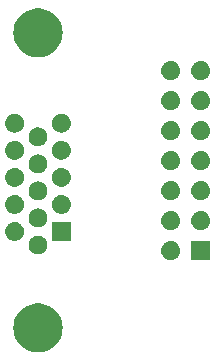
<source format=gbr>
%TF.GenerationSoftware,KiCad,Pcbnew,8.0.6*%
%TF.CreationDate,2024-11-06T21:47:20-05:00*%
%TF.ProjectId,VGA Input Board,56474120-496e-4707-9574-20426f617264,rev?*%
%TF.SameCoordinates,Original*%
%TF.FileFunction,Soldermask,Top*%
%TF.FilePolarity,Negative*%
%FSLAX46Y46*%
G04 Gerber Fmt 4.6, Leading zero omitted, Abs format (unit mm)*
G04 Created by KiCad (PCBNEW 8.0.6) date 2024-11-06 21:47:20*
%MOMM*%
%LPD*%
G01*
G04 APERTURE LIST*
G04 APERTURE END LIST*
G36*
X152563799Y-110145568D02*
G01*
X152837554Y-110222270D01*
X153098315Y-110335535D01*
X153341225Y-110483252D01*
X153561758Y-110662669D01*
X153755807Y-110870444D01*
X153919756Y-111102707D01*
X154050551Y-111355131D01*
X154145757Y-111623013D01*
X154203599Y-111901365D01*
X154223000Y-112185000D01*
X154203599Y-112468635D01*
X154145757Y-112746987D01*
X154050551Y-113014869D01*
X153919756Y-113267293D01*
X153755807Y-113499556D01*
X153561758Y-113707331D01*
X153341225Y-113886748D01*
X153098315Y-114034465D01*
X152837554Y-114147730D01*
X152563799Y-114224432D01*
X152282149Y-114263144D01*
X151997851Y-114263144D01*
X151716201Y-114224432D01*
X151442446Y-114147730D01*
X151181685Y-114034465D01*
X150938775Y-113886748D01*
X150718242Y-113707331D01*
X150524193Y-113499556D01*
X150360244Y-113267293D01*
X150229449Y-113014869D01*
X150134243Y-112746987D01*
X150076401Y-112468635D01*
X150057000Y-112185000D01*
X150076401Y-111901365D01*
X150134243Y-111623013D01*
X150229449Y-111355131D01*
X150360244Y-111102707D01*
X150524193Y-110870444D01*
X150718242Y-110662669D01*
X150938775Y-110483252D01*
X151181685Y-110335535D01*
X151442446Y-110222270D01*
X151716201Y-110145568D01*
X151997851Y-110106856D01*
X152282149Y-110106856D01*
X152563799Y-110145568D01*
G37*
G36*
X163424340Y-104832996D02*
G01*
X163464819Y-104832996D01*
X163510486Y-104842702D01*
X163560687Y-104848359D01*
X163597188Y-104861131D01*
X163630751Y-104868265D01*
X163679115Y-104889798D01*
X163732314Y-104908413D01*
X163760006Y-104925813D01*
X163785725Y-104937264D01*
X163833682Y-104972107D01*
X163886274Y-105005153D01*
X163905160Y-105024039D01*
X163922966Y-105036976D01*
X163966986Y-105085865D01*
X164014847Y-105133726D01*
X164025855Y-105151245D01*
X164036476Y-105163041D01*
X164072804Y-105225964D01*
X164111587Y-105287686D01*
X164116429Y-105301526D01*
X164121295Y-105309953D01*
X164146214Y-105386647D01*
X164171641Y-105459313D01*
X164172605Y-105467868D01*
X164173717Y-105471291D01*
X164183800Y-105567226D01*
X164192000Y-105640000D01*
X164183799Y-105712779D01*
X164173717Y-105808708D01*
X164172605Y-105812129D01*
X164171641Y-105820687D01*
X164146209Y-105893365D01*
X164121295Y-105970046D01*
X164116430Y-105978471D01*
X164111587Y-105992314D01*
X164072797Y-106054046D01*
X164036476Y-106116958D01*
X164025857Y-106128750D01*
X164014847Y-106146274D01*
X163966977Y-106194143D01*
X163922966Y-106243023D01*
X163905164Y-106255956D01*
X163886274Y-106274847D01*
X163833672Y-106307898D01*
X163785725Y-106342735D01*
X163760011Y-106354183D01*
X163732314Y-106371587D01*
X163679105Y-106390205D01*
X163630751Y-106411734D01*
X163597194Y-106418866D01*
X163560687Y-106431641D01*
X163510483Y-106437297D01*
X163464819Y-106447004D01*
X163424340Y-106447004D01*
X163380000Y-106452000D01*
X163335660Y-106447004D01*
X163295181Y-106447004D01*
X163249516Y-106437297D01*
X163199313Y-106431641D01*
X163162806Y-106418867D01*
X163129248Y-106411734D01*
X163080890Y-106390203D01*
X163027686Y-106371587D01*
X162999990Y-106354184D01*
X162974274Y-106342735D01*
X162926320Y-106307894D01*
X162873726Y-106274847D01*
X162854838Y-106255959D01*
X162837033Y-106243023D01*
X162793012Y-106194133D01*
X162745153Y-106146274D01*
X162734144Y-106128754D01*
X162723523Y-106116958D01*
X162687190Y-106054027D01*
X162648413Y-105992314D01*
X162643570Y-105978475D01*
X162638704Y-105970046D01*
X162613776Y-105893325D01*
X162588359Y-105820687D01*
X162587395Y-105812134D01*
X162586282Y-105808708D01*
X162576185Y-105712647D01*
X162568000Y-105640000D01*
X162576184Y-105567358D01*
X162586282Y-105471291D01*
X162587395Y-105467863D01*
X162588359Y-105459313D01*
X162613771Y-105386687D01*
X162638704Y-105309953D01*
X162643571Y-105301521D01*
X162648413Y-105287686D01*
X162687183Y-105225984D01*
X162723523Y-105163041D01*
X162734146Y-105151242D01*
X162745153Y-105133726D01*
X162793008Y-105085870D01*
X162837033Y-105036977D01*
X162854838Y-105024040D01*
X162873726Y-105005153D01*
X162926321Y-104972105D01*
X162974277Y-104937263D01*
X162999994Y-104925812D01*
X163027686Y-104908413D01*
X163080881Y-104889799D01*
X163129246Y-104868266D01*
X163162809Y-104861132D01*
X163199313Y-104848359D01*
X163249514Y-104842702D01*
X163295181Y-104832996D01*
X163335660Y-104832996D01*
X163380000Y-104828000D01*
X163424340Y-104832996D01*
G37*
G36*
X166701134Y-104831806D02*
G01*
X166717355Y-104842645D01*
X166728194Y-104858866D01*
X166732000Y-104878000D01*
X166732000Y-106402000D01*
X166728194Y-106421134D01*
X166717355Y-106437355D01*
X166701134Y-106448194D01*
X166682000Y-106452000D01*
X165158000Y-106452000D01*
X165138866Y-106448194D01*
X165122645Y-106437355D01*
X165111806Y-106421134D01*
X165108000Y-106402000D01*
X165108000Y-104878000D01*
X165111806Y-104858866D01*
X165122645Y-104842645D01*
X165138866Y-104831806D01*
X165158000Y-104828000D01*
X166682000Y-104828000D01*
X166701134Y-104831806D01*
G37*
G36*
X152183754Y-104369930D02*
G01*
X152223565Y-104369930D01*
X152268475Y-104379475D01*
X152318017Y-104385058D01*
X152354040Y-104397663D01*
X152387043Y-104404678D01*
X152434601Y-104425852D01*
X152487107Y-104444225D01*
X152514439Y-104461398D01*
X152539725Y-104472657D01*
X152586875Y-104506914D01*
X152638792Y-104539535D01*
X152657434Y-104558177D01*
X152674936Y-104570893D01*
X152718200Y-104618943D01*
X152765465Y-104666208D01*
X152776337Y-104683512D01*
X152786768Y-104695096D01*
X152822453Y-104756905D01*
X152860775Y-104817893D01*
X152865559Y-104831565D01*
X152870332Y-104839832D01*
X152894772Y-104915052D01*
X152919942Y-104986983D01*
X152920896Y-104995454D01*
X152921979Y-104998786D01*
X152931797Y-105092204D01*
X152940000Y-105165000D01*
X152931797Y-105237801D01*
X152921979Y-105331213D01*
X152920896Y-105334544D01*
X152919942Y-105343017D01*
X152894767Y-105414960D01*
X152870332Y-105490167D01*
X152865559Y-105498432D01*
X152860775Y-105512107D01*
X152822446Y-105573106D01*
X152786768Y-105634903D01*
X152776339Y-105646484D01*
X152765465Y-105663792D01*
X152718191Y-105711065D01*
X152674936Y-105759106D01*
X152657438Y-105771818D01*
X152638792Y-105790465D01*
X152586865Y-105823092D01*
X152539725Y-105857342D01*
X152514444Y-105868597D01*
X152487107Y-105885775D01*
X152434590Y-105904151D01*
X152387043Y-105925321D01*
X152354046Y-105932334D01*
X152318017Y-105944942D01*
X152268472Y-105950524D01*
X152223565Y-105960070D01*
X152183754Y-105960070D01*
X152140000Y-105965000D01*
X152096246Y-105960070D01*
X152056435Y-105960070D01*
X152011526Y-105950524D01*
X151961983Y-105944942D01*
X151925954Y-105932335D01*
X151892956Y-105925321D01*
X151845404Y-105904149D01*
X151792893Y-105885775D01*
X151765557Y-105868599D01*
X151740274Y-105857342D01*
X151693126Y-105823087D01*
X151641208Y-105790465D01*
X151622564Y-105771821D01*
X151605063Y-105759106D01*
X151561798Y-105711055D01*
X151514535Y-105663792D01*
X151503662Y-105646488D01*
X151493231Y-105634903D01*
X151457540Y-105573086D01*
X151419225Y-105512107D01*
X151414441Y-105498436D01*
X151409667Y-105490167D01*
X151385218Y-105414920D01*
X151360058Y-105343017D01*
X151359103Y-105334548D01*
X151358020Y-105331213D01*
X151348187Y-105237669D01*
X151340000Y-105165000D01*
X151348187Y-105092336D01*
X151358020Y-104998786D01*
X151359104Y-104995449D01*
X151360058Y-104986983D01*
X151385213Y-104915092D01*
X151409667Y-104839832D01*
X151414442Y-104831560D01*
X151419225Y-104817893D01*
X151457533Y-104756924D01*
X151493231Y-104695096D01*
X151503664Y-104683508D01*
X151514535Y-104666208D01*
X151561789Y-104618953D01*
X151605063Y-104570893D01*
X151622567Y-104558175D01*
X151641208Y-104539535D01*
X151693121Y-104506915D01*
X151740275Y-104472657D01*
X151765561Y-104461398D01*
X151792893Y-104444225D01*
X151845395Y-104425853D01*
X151892956Y-104404678D01*
X151925960Y-104397662D01*
X151961983Y-104385058D01*
X152011523Y-104379475D01*
X152056435Y-104369930D01*
X152096246Y-104369930D01*
X152140000Y-104365000D01*
X152183754Y-104369930D01*
G37*
G36*
X150203754Y-103224930D02*
G01*
X150243565Y-103224930D01*
X150288475Y-103234475D01*
X150338017Y-103240058D01*
X150374040Y-103252663D01*
X150407043Y-103259678D01*
X150454601Y-103280852D01*
X150507107Y-103299225D01*
X150534439Y-103316398D01*
X150559725Y-103327657D01*
X150606875Y-103361914D01*
X150658792Y-103394535D01*
X150677434Y-103413177D01*
X150694936Y-103425893D01*
X150738200Y-103473943D01*
X150785465Y-103521208D01*
X150796337Y-103538512D01*
X150806768Y-103550096D01*
X150842453Y-103611905D01*
X150880775Y-103672893D01*
X150885559Y-103686565D01*
X150890332Y-103694832D01*
X150914772Y-103770052D01*
X150939942Y-103841983D01*
X150940896Y-103850454D01*
X150941979Y-103853786D01*
X150951797Y-103947204D01*
X150960000Y-104020000D01*
X150951797Y-104092801D01*
X150941979Y-104186213D01*
X150940896Y-104189544D01*
X150939942Y-104198017D01*
X150914767Y-104269960D01*
X150890332Y-104345167D01*
X150885559Y-104353432D01*
X150880775Y-104367107D01*
X150842446Y-104428106D01*
X150806768Y-104489903D01*
X150796339Y-104501484D01*
X150785465Y-104518792D01*
X150738191Y-104566065D01*
X150694936Y-104614106D01*
X150677438Y-104626818D01*
X150658792Y-104645465D01*
X150606865Y-104678092D01*
X150559725Y-104712342D01*
X150534444Y-104723597D01*
X150507107Y-104740775D01*
X150454590Y-104759151D01*
X150407043Y-104780321D01*
X150374046Y-104787334D01*
X150338017Y-104799942D01*
X150288472Y-104805524D01*
X150243565Y-104815070D01*
X150203754Y-104815070D01*
X150160000Y-104820000D01*
X150116246Y-104815070D01*
X150076435Y-104815070D01*
X150031526Y-104805524D01*
X149981983Y-104799942D01*
X149945954Y-104787335D01*
X149912956Y-104780321D01*
X149865404Y-104759149D01*
X149812893Y-104740775D01*
X149785557Y-104723599D01*
X149760274Y-104712342D01*
X149713126Y-104678087D01*
X149661208Y-104645465D01*
X149642564Y-104626821D01*
X149625063Y-104614106D01*
X149581798Y-104566055D01*
X149534535Y-104518792D01*
X149523662Y-104501488D01*
X149513231Y-104489903D01*
X149477540Y-104428086D01*
X149439225Y-104367107D01*
X149434441Y-104353436D01*
X149429667Y-104345167D01*
X149405218Y-104269920D01*
X149380058Y-104198017D01*
X149379103Y-104189548D01*
X149378020Y-104186213D01*
X149368187Y-104092669D01*
X149360000Y-104020000D01*
X149368187Y-103947336D01*
X149378020Y-103853786D01*
X149379104Y-103850449D01*
X149380058Y-103841983D01*
X149405213Y-103770092D01*
X149429667Y-103694832D01*
X149434442Y-103686560D01*
X149439225Y-103672893D01*
X149477533Y-103611924D01*
X149513231Y-103550096D01*
X149523664Y-103538508D01*
X149534535Y-103521208D01*
X149581789Y-103473953D01*
X149625063Y-103425893D01*
X149642567Y-103413175D01*
X149661208Y-103394535D01*
X149713121Y-103361915D01*
X149760275Y-103327657D01*
X149785561Y-103316398D01*
X149812893Y-103299225D01*
X149865395Y-103280853D01*
X149912956Y-103259678D01*
X149945960Y-103252662D01*
X149981983Y-103240058D01*
X150031523Y-103234475D01*
X150076435Y-103224930D01*
X150116246Y-103224930D01*
X150160000Y-103220000D01*
X150203754Y-103224930D01*
G37*
G36*
X154889134Y-103223806D02*
G01*
X154905355Y-103234645D01*
X154916194Y-103250866D01*
X154920000Y-103270000D01*
X154920000Y-104770000D01*
X154916194Y-104789134D01*
X154905355Y-104805355D01*
X154889134Y-104816194D01*
X154870000Y-104820000D01*
X153370000Y-104820000D01*
X153350866Y-104816194D01*
X153334645Y-104805355D01*
X153323806Y-104789134D01*
X153320000Y-104770000D01*
X153320000Y-103270000D01*
X153323806Y-103250866D01*
X153334645Y-103234645D01*
X153350866Y-103223806D01*
X153370000Y-103220000D01*
X154870000Y-103220000D01*
X154889134Y-103223806D01*
G37*
G36*
X163424340Y-102292996D02*
G01*
X163464819Y-102292996D01*
X163510486Y-102302702D01*
X163560687Y-102308359D01*
X163597188Y-102321131D01*
X163630751Y-102328265D01*
X163679115Y-102349798D01*
X163732314Y-102368413D01*
X163760006Y-102385813D01*
X163785725Y-102397264D01*
X163833682Y-102432107D01*
X163886274Y-102465153D01*
X163905160Y-102484039D01*
X163922966Y-102496976D01*
X163966986Y-102545865D01*
X164014847Y-102593726D01*
X164025855Y-102611245D01*
X164036476Y-102623041D01*
X164072804Y-102685964D01*
X164111587Y-102747686D01*
X164116429Y-102761526D01*
X164121295Y-102769953D01*
X164146214Y-102846647D01*
X164171641Y-102919313D01*
X164172605Y-102927868D01*
X164173717Y-102931291D01*
X164183800Y-103027226D01*
X164192000Y-103100000D01*
X164183799Y-103172779D01*
X164173717Y-103268708D01*
X164172605Y-103272129D01*
X164171641Y-103280687D01*
X164146209Y-103353365D01*
X164121295Y-103430046D01*
X164116430Y-103438471D01*
X164111587Y-103452314D01*
X164072797Y-103514046D01*
X164036476Y-103576958D01*
X164025857Y-103588750D01*
X164014847Y-103606274D01*
X163966977Y-103654143D01*
X163922966Y-103703023D01*
X163905164Y-103715956D01*
X163886274Y-103734847D01*
X163833672Y-103767898D01*
X163785725Y-103802735D01*
X163760011Y-103814183D01*
X163732314Y-103831587D01*
X163679105Y-103850205D01*
X163630751Y-103871734D01*
X163597194Y-103878866D01*
X163560687Y-103891641D01*
X163510483Y-103897297D01*
X163464819Y-103907004D01*
X163424340Y-103907004D01*
X163380000Y-103912000D01*
X163335660Y-103907004D01*
X163295181Y-103907004D01*
X163249516Y-103897297D01*
X163199313Y-103891641D01*
X163162806Y-103878867D01*
X163129248Y-103871734D01*
X163080890Y-103850203D01*
X163027686Y-103831587D01*
X162999990Y-103814184D01*
X162974274Y-103802735D01*
X162926320Y-103767894D01*
X162873726Y-103734847D01*
X162854838Y-103715959D01*
X162837033Y-103703023D01*
X162793012Y-103654133D01*
X162745153Y-103606274D01*
X162734144Y-103588754D01*
X162723523Y-103576958D01*
X162687190Y-103514027D01*
X162648413Y-103452314D01*
X162643570Y-103438475D01*
X162638704Y-103430046D01*
X162613776Y-103353325D01*
X162588359Y-103280687D01*
X162587395Y-103272134D01*
X162586282Y-103268708D01*
X162576185Y-103172647D01*
X162568000Y-103100000D01*
X162576184Y-103027358D01*
X162586282Y-102931291D01*
X162587395Y-102927863D01*
X162588359Y-102919313D01*
X162613771Y-102846687D01*
X162638704Y-102769953D01*
X162643571Y-102761521D01*
X162648413Y-102747686D01*
X162687183Y-102685984D01*
X162723523Y-102623041D01*
X162734146Y-102611242D01*
X162745153Y-102593726D01*
X162793008Y-102545870D01*
X162837033Y-102496977D01*
X162854838Y-102484040D01*
X162873726Y-102465153D01*
X162926321Y-102432105D01*
X162974277Y-102397263D01*
X162999994Y-102385812D01*
X163027686Y-102368413D01*
X163080881Y-102349799D01*
X163129246Y-102328266D01*
X163162809Y-102321132D01*
X163199313Y-102308359D01*
X163249514Y-102302702D01*
X163295181Y-102292996D01*
X163335660Y-102292996D01*
X163380000Y-102288000D01*
X163424340Y-102292996D01*
G37*
G36*
X165964340Y-102292996D02*
G01*
X166004819Y-102292996D01*
X166050486Y-102302702D01*
X166100687Y-102308359D01*
X166137188Y-102321131D01*
X166170751Y-102328265D01*
X166219115Y-102349798D01*
X166272314Y-102368413D01*
X166300006Y-102385813D01*
X166325725Y-102397264D01*
X166373682Y-102432107D01*
X166426274Y-102465153D01*
X166445160Y-102484039D01*
X166462966Y-102496976D01*
X166506986Y-102545865D01*
X166554847Y-102593726D01*
X166565855Y-102611245D01*
X166576476Y-102623041D01*
X166612804Y-102685964D01*
X166651587Y-102747686D01*
X166656429Y-102761526D01*
X166661295Y-102769953D01*
X166686214Y-102846647D01*
X166711641Y-102919313D01*
X166712605Y-102927868D01*
X166713717Y-102931291D01*
X166723800Y-103027226D01*
X166732000Y-103100000D01*
X166723799Y-103172779D01*
X166713717Y-103268708D01*
X166712605Y-103272129D01*
X166711641Y-103280687D01*
X166686209Y-103353365D01*
X166661295Y-103430046D01*
X166656430Y-103438471D01*
X166651587Y-103452314D01*
X166612797Y-103514046D01*
X166576476Y-103576958D01*
X166565857Y-103588750D01*
X166554847Y-103606274D01*
X166506977Y-103654143D01*
X166462966Y-103703023D01*
X166445164Y-103715956D01*
X166426274Y-103734847D01*
X166373672Y-103767898D01*
X166325725Y-103802735D01*
X166300011Y-103814183D01*
X166272314Y-103831587D01*
X166219105Y-103850205D01*
X166170751Y-103871734D01*
X166137194Y-103878866D01*
X166100687Y-103891641D01*
X166050483Y-103897297D01*
X166004819Y-103907004D01*
X165964340Y-103907004D01*
X165920000Y-103912000D01*
X165875660Y-103907004D01*
X165835181Y-103907004D01*
X165789516Y-103897297D01*
X165739313Y-103891641D01*
X165702806Y-103878867D01*
X165669248Y-103871734D01*
X165620890Y-103850203D01*
X165567686Y-103831587D01*
X165539990Y-103814184D01*
X165514274Y-103802735D01*
X165466320Y-103767894D01*
X165413726Y-103734847D01*
X165394838Y-103715959D01*
X165377033Y-103703023D01*
X165333012Y-103654133D01*
X165285153Y-103606274D01*
X165274144Y-103588754D01*
X165263523Y-103576958D01*
X165227190Y-103514027D01*
X165188413Y-103452314D01*
X165183570Y-103438475D01*
X165178704Y-103430046D01*
X165153776Y-103353325D01*
X165128359Y-103280687D01*
X165127395Y-103272134D01*
X165126282Y-103268708D01*
X165116185Y-103172647D01*
X165108000Y-103100000D01*
X165116184Y-103027358D01*
X165126282Y-102931291D01*
X165127395Y-102927863D01*
X165128359Y-102919313D01*
X165153771Y-102846687D01*
X165178704Y-102769953D01*
X165183571Y-102761521D01*
X165188413Y-102747686D01*
X165227183Y-102685984D01*
X165263523Y-102623041D01*
X165274146Y-102611242D01*
X165285153Y-102593726D01*
X165333008Y-102545870D01*
X165377033Y-102496977D01*
X165394838Y-102484040D01*
X165413726Y-102465153D01*
X165466321Y-102432105D01*
X165514277Y-102397263D01*
X165539994Y-102385812D01*
X165567686Y-102368413D01*
X165620881Y-102349799D01*
X165669246Y-102328266D01*
X165702809Y-102321132D01*
X165739313Y-102308359D01*
X165789514Y-102302702D01*
X165835181Y-102292996D01*
X165875660Y-102292996D01*
X165920000Y-102288000D01*
X165964340Y-102292996D01*
G37*
G36*
X152183754Y-102079930D02*
G01*
X152223565Y-102079930D01*
X152268475Y-102089475D01*
X152318017Y-102095058D01*
X152354040Y-102107663D01*
X152387043Y-102114678D01*
X152434601Y-102135852D01*
X152487107Y-102154225D01*
X152514439Y-102171398D01*
X152539725Y-102182657D01*
X152586875Y-102216914D01*
X152638792Y-102249535D01*
X152657434Y-102268177D01*
X152674936Y-102280893D01*
X152718200Y-102328943D01*
X152765465Y-102376208D01*
X152776337Y-102393512D01*
X152786768Y-102405096D01*
X152822453Y-102466905D01*
X152860775Y-102527893D01*
X152865559Y-102541565D01*
X152870332Y-102549832D01*
X152894772Y-102625052D01*
X152919942Y-102696983D01*
X152920896Y-102705454D01*
X152921979Y-102708786D01*
X152931797Y-102802204D01*
X152940000Y-102875000D01*
X152931797Y-102947801D01*
X152921979Y-103041213D01*
X152920896Y-103044544D01*
X152919942Y-103053017D01*
X152894767Y-103124960D01*
X152870332Y-103200167D01*
X152865559Y-103208432D01*
X152860775Y-103222107D01*
X152822446Y-103283106D01*
X152786768Y-103344903D01*
X152776339Y-103356484D01*
X152765465Y-103373792D01*
X152718191Y-103421065D01*
X152674936Y-103469106D01*
X152657438Y-103481818D01*
X152638792Y-103500465D01*
X152586865Y-103533092D01*
X152539725Y-103567342D01*
X152514444Y-103578597D01*
X152487107Y-103595775D01*
X152434590Y-103614151D01*
X152387043Y-103635321D01*
X152354046Y-103642334D01*
X152318017Y-103654942D01*
X152268472Y-103660524D01*
X152223565Y-103670070D01*
X152183754Y-103670070D01*
X152140000Y-103675000D01*
X152096246Y-103670070D01*
X152056435Y-103670070D01*
X152011526Y-103660524D01*
X151961983Y-103654942D01*
X151925954Y-103642335D01*
X151892956Y-103635321D01*
X151845404Y-103614149D01*
X151792893Y-103595775D01*
X151765557Y-103578599D01*
X151740274Y-103567342D01*
X151693126Y-103533087D01*
X151641208Y-103500465D01*
X151622564Y-103481821D01*
X151605063Y-103469106D01*
X151561798Y-103421055D01*
X151514535Y-103373792D01*
X151503662Y-103356488D01*
X151493231Y-103344903D01*
X151457540Y-103283086D01*
X151419225Y-103222107D01*
X151414441Y-103208436D01*
X151409667Y-103200167D01*
X151385218Y-103124920D01*
X151360058Y-103053017D01*
X151359103Y-103044548D01*
X151358020Y-103041213D01*
X151348187Y-102947669D01*
X151340000Y-102875000D01*
X151348187Y-102802336D01*
X151358020Y-102708786D01*
X151359104Y-102705449D01*
X151360058Y-102696983D01*
X151385213Y-102625092D01*
X151409667Y-102549832D01*
X151414442Y-102541560D01*
X151419225Y-102527893D01*
X151457533Y-102466924D01*
X151493231Y-102405096D01*
X151503664Y-102393508D01*
X151514535Y-102376208D01*
X151561789Y-102328953D01*
X151605063Y-102280893D01*
X151622567Y-102268175D01*
X151641208Y-102249535D01*
X151693121Y-102216915D01*
X151740275Y-102182657D01*
X151765561Y-102171398D01*
X151792893Y-102154225D01*
X151845395Y-102135853D01*
X151892956Y-102114678D01*
X151925960Y-102107662D01*
X151961983Y-102095058D01*
X152011523Y-102089475D01*
X152056435Y-102079930D01*
X152096246Y-102079930D01*
X152140000Y-102075000D01*
X152183754Y-102079930D01*
G37*
G36*
X150203754Y-100934930D02*
G01*
X150243565Y-100934930D01*
X150288475Y-100944475D01*
X150338017Y-100950058D01*
X150374040Y-100962663D01*
X150407043Y-100969678D01*
X150454601Y-100990852D01*
X150507107Y-101009225D01*
X150534439Y-101026398D01*
X150559725Y-101037657D01*
X150606875Y-101071914D01*
X150658792Y-101104535D01*
X150677434Y-101123177D01*
X150694936Y-101135893D01*
X150738200Y-101183943D01*
X150785465Y-101231208D01*
X150796337Y-101248512D01*
X150806768Y-101260096D01*
X150842453Y-101321905D01*
X150880775Y-101382893D01*
X150885559Y-101396565D01*
X150890332Y-101404832D01*
X150914772Y-101480052D01*
X150939942Y-101551983D01*
X150940896Y-101560454D01*
X150941979Y-101563786D01*
X150951797Y-101657204D01*
X150960000Y-101730000D01*
X150951797Y-101802801D01*
X150941979Y-101896213D01*
X150940896Y-101899544D01*
X150939942Y-101908017D01*
X150914767Y-101979960D01*
X150890332Y-102055167D01*
X150885559Y-102063432D01*
X150880775Y-102077107D01*
X150842446Y-102138106D01*
X150806768Y-102199903D01*
X150796339Y-102211484D01*
X150785465Y-102228792D01*
X150738191Y-102276065D01*
X150694936Y-102324106D01*
X150677438Y-102336818D01*
X150658792Y-102355465D01*
X150606865Y-102388092D01*
X150559725Y-102422342D01*
X150534444Y-102433597D01*
X150507107Y-102450775D01*
X150454590Y-102469151D01*
X150407043Y-102490321D01*
X150374046Y-102497334D01*
X150338017Y-102509942D01*
X150288472Y-102515524D01*
X150243565Y-102525070D01*
X150203754Y-102525070D01*
X150160000Y-102530000D01*
X150116246Y-102525070D01*
X150076435Y-102525070D01*
X150031526Y-102515524D01*
X149981983Y-102509942D01*
X149945954Y-102497335D01*
X149912956Y-102490321D01*
X149865404Y-102469149D01*
X149812893Y-102450775D01*
X149785557Y-102433599D01*
X149760274Y-102422342D01*
X149713126Y-102388087D01*
X149661208Y-102355465D01*
X149642564Y-102336821D01*
X149625063Y-102324106D01*
X149581798Y-102276055D01*
X149534535Y-102228792D01*
X149523662Y-102211488D01*
X149513231Y-102199903D01*
X149477540Y-102138086D01*
X149439225Y-102077107D01*
X149434441Y-102063436D01*
X149429667Y-102055167D01*
X149405218Y-101979920D01*
X149380058Y-101908017D01*
X149379103Y-101899548D01*
X149378020Y-101896213D01*
X149368187Y-101802669D01*
X149360000Y-101730000D01*
X149368187Y-101657336D01*
X149378020Y-101563786D01*
X149379104Y-101560449D01*
X149380058Y-101551983D01*
X149405213Y-101480092D01*
X149429667Y-101404832D01*
X149434442Y-101396560D01*
X149439225Y-101382893D01*
X149477533Y-101321924D01*
X149513231Y-101260096D01*
X149523664Y-101248508D01*
X149534535Y-101231208D01*
X149581789Y-101183953D01*
X149625063Y-101135893D01*
X149642567Y-101123175D01*
X149661208Y-101104535D01*
X149713121Y-101071915D01*
X149760275Y-101037657D01*
X149785561Y-101026398D01*
X149812893Y-101009225D01*
X149865395Y-100990853D01*
X149912956Y-100969678D01*
X149945960Y-100962662D01*
X149981983Y-100950058D01*
X150031523Y-100944475D01*
X150076435Y-100934930D01*
X150116246Y-100934930D01*
X150160000Y-100930000D01*
X150203754Y-100934930D01*
G37*
G36*
X154163754Y-100934930D02*
G01*
X154203565Y-100934930D01*
X154248475Y-100944475D01*
X154298017Y-100950058D01*
X154334040Y-100962663D01*
X154367043Y-100969678D01*
X154414601Y-100990852D01*
X154467107Y-101009225D01*
X154494439Y-101026398D01*
X154519725Y-101037657D01*
X154566875Y-101071914D01*
X154618792Y-101104535D01*
X154637434Y-101123177D01*
X154654936Y-101135893D01*
X154698200Y-101183943D01*
X154745465Y-101231208D01*
X154756337Y-101248512D01*
X154766768Y-101260096D01*
X154802453Y-101321905D01*
X154840775Y-101382893D01*
X154845559Y-101396565D01*
X154850332Y-101404832D01*
X154874772Y-101480052D01*
X154899942Y-101551983D01*
X154900896Y-101560454D01*
X154901979Y-101563786D01*
X154911797Y-101657204D01*
X154920000Y-101730000D01*
X154911797Y-101802801D01*
X154901979Y-101896213D01*
X154900896Y-101899544D01*
X154899942Y-101908017D01*
X154874767Y-101979960D01*
X154850332Y-102055167D01*
X154845559Y-102063432D01*
X154840775Y-102077107D01*
X154802446Y-102138106D01*
X154766768Y-102199903D01*
X154756339Y-102211484D01*
X154745465Y-102228792D01*
X154698191Y-102276065D01*
X154654936Y-102324106D01*
X154637438Y-102336818D01*
X154618792Y-102355465D01*
X154566865Y-102388092D01*
X154519725Y-102422342D01*
X154494444Y-102433597D01*
X154467107Y-102450775D01*
X154414590Y-102469151D01*
X154367043Y-102490321D01*
X154334046Y-102497334D01*
X154298017Y-102509942D01*
X154248472Y-102515524D01*
X154203565Y-102525070D01*
X154163754Y-102525070D01*
X154120000Y-102530000D01*
X154076246Y-102525070D01*
X154036435Y-102525070D01*
X153991526Y-102515524D01*
X153941983Y-102509942D01*
X153905954Y-102497335D01*
X153872956Y-102490321D01*
X153825404Y-102469149D01*
X153772893Y-102450775D01*
X153745557Y-102433599D01*
X153720274Y-102422342D01*
X153673126Y-102388087D01*
X153621208Y-102355465D01*
X153602564Y-102336821D01*
X153585063Y-102324106D01*
X153541798Y-102276055D01*
X153494535Y-102228792D01*
X153483662Y-102211488D01*
X153473231Y-102199903D01*
X153437540Y-102138086D01*
X153399225Y-102077107D01*
X153394441Y-102063436D01*
X153389667Y-102055167D01*
X153365218Y-101979920D01*
X153340058Y-101908017D01*
X153339103Y-101899548D01*
X153338020Y-101896213D01*
X153328187Y-101802669D01*
X153320000Y-101730000D01*
X153328187Y-101657336D01*
X153338020Y-101563786D01*
X153339104Y-101560449D01*
X153340058Y-101551983D01*
X153365213Y-101480092D01*
X153389667Y-101404832D01*
X153394442Y-101396560D01*
X153399225Y-101382893D01*
X153437533Y-101321924D01*
X153473231Y-101260096D01*
X153483664Y-101248508D01*
X153494535Y-101231208D01*
X153541789Y-101183953D01*
X153585063Y-101135893D01*
X153602567Y-101123175D01*
X153621208Y-101104535D01*
X153673121Y-101071915D01*
X153720275Y-101037657D01*
X153745561Y-101026398D01*
X153772893Y-101009225D01*
X153825395Y-100990853D01*
X153872956Y-100969678D01*
X153905960Y-100962662D01*
X153941983Y-100950058D01*
X153991523Y-100944475D01*
X154036435Y-100934930D01*
X154076246Y-100934930D01*
X154120000Y-100930000D01*
X154163754Y-100934930D01*
G37*
G36*
X152183754Y-99789930D02*
G01*
X152223565Y-99789930D01*
X152268475Y-99799475D01*
X152318017Y-99805058D01*
X152354040Y-99817663D01*
X152387043Y-99824678D01*
X152434601Y-99845852D01*
X152487107Y-99864225D01*
X152514439Y-99881398D01*
X152539725Y-99892657D01*
X152586875Y-99926914D01*
X152638792Y-99959535D01*
X152657434Y-99978177D01*
X152674936Y-99990893D01*
X152718200Y-100038943D01*
X152765465Y-100086208D01*
X152776337Y-100103512D01*
X152786768Y-100115096D01*
X152822453Y-100176905D01*
X152860775Y-100237893D01*
X152865559Y-100251565D01*
X152870332Y-100259832D01*
X152894772Y-100335052D01*
X152919942Y-100406983D01*
X152920896Y-100415454D01*
X152921979Y-100418786D01*
X152931797Y-100512204D01*
X152940000Y-100585000D01*
X152931797Y-100657801D01*
X152921979Y-100751213D01*
X152920896Y-100754544D01*
X152919942Y-100763017D01*
X152894767Y-100834960D01*
X152870332Y-100910167D01*
X152865559Y-100918432D01*
X152860775Y-100932107D01*
X152822446Y-100993106D01*
X152786768Y-101054903D01*
X152776339Y-101066484D01*
X152765465Y-101083792D01*
X152718191Y-101131065D01*
X152674936Y-101179106D01*
X152657438Y-101191818D01*
X152638792Y-101210465D01*
X152586865Y-101243092D01*
X152539725Y-101277342D01*
X152514444Y-101288597D01*
X152487107Y-101305775D01*
X152434590Y-101324151D01*
X152387043Y-101345321D01*
X152354046Y-101352334D01*
X152318017Y-101364942D01*
X152268472Y-101370524D01*
X152223565Y-101380070D01*
X152183754Y-101380070D01*
X152140000Y-101385000D01*
X152096246Y-101380070D01*
X152056435Y-101380070D01*
X152011526Y-101370524D01*
X151961983Y-101364942D01*
X151925954Y-101352335D01*
X151892956Y-101345321D01*
X151845404Y-101324149D01*
X151792893Y-101305775D01*
X151765557Y-101288599D01*
X151740274Y-101277342D01*
X151693126Y-101243087D01*
X151641208Y-101210465D01*
X151622564Y-101191821D01*
X151605063Y-101179106D01*
X151561798Y-101131055D01*
X151514535Y-101083792D01*
X151503662Y-101066488D01*
X151493231Y-101054903D01*
X151457540Y-100993086D01*
X151419225Y-100932107D01*
X151414441Y-100918436D01*
X151409667Y-100910167D01*
X151385218Y-100834920D01*
X151360058Y-100763017D01*
X151359103Y-100754548D01*
X151358020Y-100751213D01*
X151348187Y-100657669D01*
X151340000Y-100585000D01*
X151348187Y-100512336D01*
X151358020Y-100418786D01*
X151359104Y-100415449D01*
X151360058Y-100406983D01*
X151385213Y-100335092D01*
X151409667Y-100259832D01*
X151414442Y-100251560D01*
X151419225Y-100237893D01*
X151457533Y-100176924D01*
X151493231Y-100115096D01*
X151503664Y-100103508D01*
X151514535Y-100086208D01*
X151561789Y-100038953D01*
X151605063Y-99990893D01*
X151622567Y-99978175D01*
X151641208Y-99959535D01*
X151693121Y-99926915D01*
X151740275Y-99892657D01*
X151765561Y-99881398D01*
X151792893Y-99864225D01*
X151845395Y-99845853D01*
X151892956Y-99824678D01*
X151925960Y-99817662D01*
X151961983Y-99805058D01*
X152011523Y-99799475D01*
X152056435Y-99789930D01*
X152096246Y-99789930D01*
X152140000Y-99785000D01*
X152183754Y-99789930D01*
G37*
G36*
X163424340Y-99752996D02*
G01*
X163464819Y-99752996D01*
X163510486Y-99762702D01*
X163560687Y-99768359D01*
X163597188Y-99781131D01*
X163630751Y-99788265D01*
X163679115Y-99809798D01*
X163732314Y-99828413D01*
X163760006Y-99845813D01*
X163785725Y-99857264D01*
X163833682Y-99892107D01*
X163886274Y-99925153D01*
X163905160Y-99944039D01*
X163922966Y-99956976D01*
X163966986Y-100005865D01*
X164014847Y-100053726D01*
X164025855Y-100071245D01*
X164036476Y-100083041D01*
X164072804Y-100145964D01*
X164111587Y-100207686D01*
X164116429Y-100221526D01*
X164121295Y-100229953D01*
X164146214Y-100306647D01*
X164171641Y-100379313D01*
X164172605Y-100387868D01*
X164173717Y-100391291D01*
X164183800Y-100487226D01*
X164192000Y-100560000D01*
X164183799Y-100632779D01*
X164173717Y-100728708D01*
X164172605Y-100732129D01*
X164171641Y-100740687D01*
X164146209Y-100813365D01*
X164121295Y-100890046D01*
X164116430Y-100898471D01*
X164111587Y-100912314D01*
X164072797Y-100974046D01*
X164036476Y-101036958D01*
X164025857Y-101048750D01*
X164014847Y-101066274D01*
X163966977Y-101114143D01*
X163922966Y-101163023D01*
X163905164Y-101175956D01*
X163886274Y-101194847D01*
X163833672Y-101227898D01*
X163785725Y-101262735D01*
X163760011Y-101274183D01*
X163732314Y-101291587D01*
X163679105Y-101310205D01*
X163630751Y-101331734D01*
X163597194Y-101338866D01*
X163560687Y-101351641D01*
X163510483Y-101357297D01*
X163464819Y-101367004D01*
X163424340Y-101367004D01*
X163380000Y-101372000D01*
X163335660Y-101367004D01*
X163295181Y-101367004D01*
X163249516Y-101357297D01*
X163199313Y-101351641D01*
X163162806Y-101338867D01*
X163129248Y-101331734D01*
X163080890Y-101310203D01*
X163027686Y-101291587D01*
X162999990Y-101274184D01*
X162974274Y-101262735D01*
X162926320Y-101227894D01*
X162873726Y-101194847D01*
X162854838Y-101175959D01*
X162837033Y-101163023D01*
X162793012Y-101114133D01*
X162745153Y-101066274D01*
X162734144Y-101048754D01*
X162723523Y-101036958D01*
X162687190Y-100974027D01*
X162648413Y-100912314D01*
X162643570Y-100898475D01*
X162638704Y-100890046D01*
X162613776Y-100813325D01*
X162588359Y-100740687D01*
X162587395Y-100732134D01*
X162586282Y-100728708D01*
X162576185Y-100632647D01*
X162568000Y-100560000D01*
X162576184Y-100487358D01*
X162586282Y-100391291D01*
X162587395Y-100387863D01*
X162588359Y-100379313D01*
X162613771Y-100306687D01*
X162638704Y-100229953D01*
X162643571Y-100221521D01*
X162648413Y-100207686D01*
X162687183Y-100145984D01*
X162723523Y-100083041D01*
X162734146Y-100071242D01*
X162745153Y-100053726D01*
X162793008Y-100005870D01*
X162837033Y-99956977D01*
X162854838Y-99944040D01*
X162873726Y-99925153D01*
X162926321Y-99892105D01*
X162974277Y-99857263D01*
X162999994Y-99845812D01*
X163027686Y-99828413D01*
X163080881Y-99809799D01*
X163129246Y-99788266D01*
X163162809Y-99781132D01*
X163199313Y-99768359D01*
X163249514Y-99762702D01*
X163295181Y-99752996D01*
X163335660Y-99752996D01*
X163380000Y-99748000D01*
X163424340Y-99752996D01*
G37*
G36*
X165964340Y-99752996D02*
G01*
X166004819Y-99752996D01*
X166050486Y-99762702D01*
X166100687Y-99768359D01*
X166137188Y-99781131D01*
X166170751Y-99788265D01*
X166219115Y-99809798D01*
X166272314Y-99828413D01*
X166300006Y-99845813D01*
X166325725Y-99857264D01*
X166373682Y-99892107D01*
X166426274Y-99925153D01*
X166445160Y-99944039D01*
X166462966Y-99956976D01*
X166506986Y-100005865D01*
X166554847Y-100053726D01*
X166565855Y-100071245D01*
X166576476Y-100083041D01*
X166612804Y-100145964D01*
X166651587Y-100207686D01*
X166656429Y-100221526D01*
X166661295Y-100229953D01*
X166686214Y-100306647D01*
X166711641Y-100379313D01*
X166712605Y-100387868D01*
X166713717Y-100391291D01*
X166723800Y-100487226D01*
X166732000Y-100560000D01*
X166723799Y-100632779D01*
X166713717Y-100728708D01*
X166712605Y-100732129D01*
X166711641Y-100740687D01*
X166686209Y-100813365D01*
X166661295Y-100890046D01*
X166656430Y-100898471D01*
X166651587Y-100912314D01*
X166612797Y-100974046D01*
X166576476Y-101036958D01*
X166565857Y-101048750D01*
X166554847Y-101066274D01*
X166506977Y-101114143D01*
X166462966Y-101163023D01*
X166445164Y-101175956D01*
X166426274Y-101194847D01*
X166373672Y-101227898D01*
X166325725Y-101262735D01*
X166300011Y-101274183D01*
X166272314Y-101291587D01*
X166219105Y-101310205D01*
X166170751Y-101331734D01*
X166137194Y-101338866D01*
X166100687Y-101351641D01*
X166050483Y-101357297D01*
X166004819Y-101367004D01*
X165964340Y-101367004D01*
X165920000Y-101372000D01*
X165875660Y-101367004D01*
X165835181Y-101367004D01*
X165789516Y-101357297D01*
X165739313Y-101351641D01*
X165702806Y-101338867D01*
X165669248Y-101331734D01*
X165620890Y-101310203D01*
X165567686Y-101291587D01*
X165539990Y-101274184D01*
X165514274Y-101262735D01*
X165466320Y-101227894D01*
X165413726Y-101194847D01*
X165394838Y-101175959D01*
X165377033Y-101163023D01*
X165333012Y-101114133D01*
X165285153Y-101066274D01*
X165274144Y-101048754D01*
X165263523Y-101036958D01*
X165227190Y-100974027D01*
X165188413Y-100912314D01*
X165183570Y-100898475D01*
X165178704Y-100890046D01*
X165153776Y-100813325D01*
X165128359Y-100740687D01*
X165127395Y-100732134D01*
X165126282Y-100728708D01*
X165116185Y-100632647D01*
X165108000Y-100560000D01*
X165116184Y-100487358D01*
X165126282Y-100391291D01*
X165127395Y-100387863D01*
X165128359Y-100379313D01*
X165153771Y-100306687D01*
X165178704Y-100229953D01*
X165183571Y-100221521D01*
X165188413Y-100207686D01*
X165227183Y-100145984D01*
X165263523Y-100083041D01*
X165274146Y-100071242D01*
X165285153Y-100053726D01*
X165333008Y-100005870D01*
X165377033Y-99956977D01*
X165394838Y-99944040D01*
X165413726Y-99925153D01*
X165466321Y-99892105D01*
X165514277Y-99857263D01*
X165539994Y-99845812D01*
X165567686Y-99828413D01*
X165620881Y-99809799D01*
X165669246Y-99788266D01*
X165702809Y-99781132D01*
X165739313Y-99768359D01*
X165789514Y-99762702D01*
X165835181Y-99752996D01*
X165875660Y-99752996D01*
X165920000Y-99748000D01*
X165964340Y-99752996D01*
G37*
G36*
X150203754Y-98644930D02*
G01*
X150243565Y-98644930D01*
X150288475Y-98654475D01*
X150338017Y-98660058D01*
X150374040Y-98672663D01*
X150407043Y-98679678D01*
X150454601Y-98700852D01*
X150507107Y-98719225D01*
X150534439Y-98736398D01*
X150559725Y-98747657D01*
X150606875Y-98781914D01*
X150658792Y-98814535D01*
X150677434Y-98833177D01*
X150694936Y-98845893D01*
X150738200Y-98893943D01*
X150785465Y-98941208D01*
X150796337Y-98958512D01*
X150806768Y-98970096D01*
X150842453Y-99031905D01*
X150880775Y-99092893D01*
X150885559Y-99106565D01*
X150890332Y-99114832D01*
X150914772Y-99190052D01*
X150939942Y-99261983D01*
X150940896Y-99270454D01*
X150941979Y-99273786D01*
X150951797Y-99367204D01*
X150960000Y-99440000D01*
X150951797Y-99512801D01*
X150941979Y-99606213D01*
X150940896Y-99609544D01*
X150939942Y-99618017D01*
X150914767Y-99689960D01*
X150890332Y-99765167D01*
X150885559Y-99773432D01*
X150880775Y-99787107D01*
X150842446Y-99848106D01*
X150806768Y-99909903D01*
X150796339Y-99921484D01*
X150785465Y-99938792D01*
X150738191Y-99986065D01*
X150694936Y-100034106D01*
X150677438Y-100046818D01*
X150658792Y-100065465D01*
X150606865Y-100098092D01*
X150559725Y-100132342D01*
X150534444Y-100143597D01*
X150507107Y-100160775D01*
X150454590Y-100179151D01*
X150407043Y-100200321D01*
X150374046Y-100207334D01*
X150338017Y-100219942D01*
X150288472Y-100225524D01*
X150243565Y-100235070D01*
X150203754Y-100235070D01*
X150160000Y-100240000D01*
X150116246Y-100235070D01*
X150076435Y-100235070D01*
X150031526Y-100225524D01*
X149981983Y-100219942D01*
X149945954Y-100207335D01*
X149912956Y-100200321D01*
X149865404Y-100179149D01*
X149812893Y-100160775D01*
X149785557Y-100143599D01*
X149760274Y-100132342D01*
X149713126Y-100098087D01*
X149661208Y-100065465D01*
X149642564Y-100046821D01*
X149625063Y-100034106D01*
X149581798Y-99986055D01*
X149534535Y-99938792D01*
X149523662Y-99921488D01*
X149513231Y-99909903D01*
X149477540Y-99848086D01*
X149439225Y-99787107D01*
X149434441Y-99773436D01*
X149429667Y-99765167D01*
X149405218Y-99689920D01*
X149380058Y-99618017D01*
X149379103Y-99609548D01*
X149378020Y-99606213D01*
X149368187Y-99512669D01*
X149360000Y-99440000D01*
X149368187Y-99367336D01*
X149378020Y-99273786D01*
X149379104Y-99270449D01*
X149380058Y-99261983D01*
X149405213Y-99190092D01*
X149429667Y-99114832D01*
X149434442Y-99106560D01*
X149439225Y-99092893D01*
X149477533Y-99031924D01*
X149513231Y-98970096D01*
X149523664Y-98958508D01*
X149534535Y-98941208D01*
X149581789Y-98893953D01*
X149625063Y-98845893D01*
X149642567Y-98833175D01*
X149661208Y-98814535D01*
X149713121Y-98781915D01*
X149760275Y-98747657D01*
X149785561Y-98736398D01*
X149812893Y-98719225D01*
X149865395Y-98700853D01*
X149912956Y-98679678D01*
X149945960Y-98672662D01*
X149981983Y-98660058D01*
X150031523Y-98654475D01*
X150076435Y-98644930D01*
X150116246Y-98644930D01*
X150160000Y-98640000D01*
X150203754Y-98644930D01*
G37*
G36*
X154163754Y-98644930D02*
G01*
X154203565Y-98644930D01*
X154248475Y-98654475D01*
X154298017Y-98660058D01*
X154334040Y-98672663D01*
X154367043Y-98679678D01*
X154414601Y-98700852D01*
X154467107Y-98719225D01*
X154494439Y-98736398D01*
X154519725Y-98747657D01*
X154566875Y-98781914D01*
X154618792Y-98814535D01*
X154637434Y-98833177D01*
X154654936Y-98845893D01*
X154698200Y-98893943D01*
X154745465Y-98941208D01*
X154756337Y-98958512D01*
X154766768Y-98970096D01*
X154802453Y-99031905D01*
X154840775Y-99092893D01*
X154845559Y-99106565D01*
X154850332Y-99114832D01*
X154874772Y-99190052D01*
X154899942Y-99261983D01*
X154900896Y-99270454D01*
X154901979Y-99273786D01*
X154911797Y-99367204D01*
X154920000Y-99440000D01*
X154911797Y-99512801D01*
X154901979Y-99606213D01*
X154900896Y-99609544D01*
X154899942Y-99618017D01*
X154874767Y-99689960D01*
X154850332Y-99765167D01*
X154845559Y-99773432D01*
X154840775Y-99787107D01*
X154802446Y-99848106D01*
X154766768Y-99909903D01*
X154756339Y-99921484D01*
X154745465Y-99938792D01*
X154698191Y-99986065D01*
X154654936Y-100034106D01*
X154637438Y-100046818D01*
X154618792Y-100065465D01*
X154566865Y-100098092D01*
X154519725Y-100132342D01*
X154494444Y-100143597D01*
X154467107Y-100160775D01*
X154414590Y-100179151D01*
X154367043Y-100200321D01*
X154334046Y-100207334D01*
X154298017Y-100219942D01*
X154248472Y-100225524D01*
X154203565Y-100235070D01*
X154163754Y-100235070D01*
X154120000Y-100240000D01*
X154076246Y-100235070D01*
X154036435Y-100235070D01*
X153991526Y-100225524D01*
X153941983Y-100219942D01*
X153905954Y-100207335D01*
X153872956Y-100200321D01*
X153825404Y-100179149D01*
X153772893Y-100160775D01*
X153745557Y-100143599D01*
X153720274Y-100132342D01*
X153673126Y-100098087D01*
X153621208Y-100065465D01*
X153602564Y-100046821D01*
X153585063Y-100034106D01*
X153541798Y-99986055D01*
X153494535Y-99938792D01*
X153483662Y-99921488D01*
X153473231Y-99909903D01*
X153437540Y-99848086D01*
X153399225Y-99787107D01*
X153394441Y-99773436D01*
X153389667Y-99765167D01*
X153365218Y-99689920D01*
X153340058Y-99618017D01*
X153339103Y-99609548D01*
X153338020Y-99606213D01*
X153328187Y-99512669D01*
X153320000Y-99440000D01*
X153328187Y-99367336D01*
X153338020Y-99273786D01*
X153339104Y-99270449D01*
X153340058Y-99261983D01*
X153365213Y-99190092D01*
X153389667Y-99114832D01*
X153394442Y-99106560D01*
X153399225Y-99092893D01*
X153437533Y-99031924D01*
X153473231Y-98970096D01*
X153483664Y-98958508D01*
X153494535Y-98941208D01*
X153541789Y-98893953D01*
X153585063Y-98845893D01*
X153602567Y-98833175D01*
X153621208Y-98814535D01*
X153673121Y-98781915D01*
X153720275Y-98747657D01*
X153745561Y-98736398D01*
X153772893Y-98719225D01*
X153825395Y-98700853D01*
X153872956Y-98679678D01*
X153905960Y-98672662D01*
X153941983Y-98660058D01*
X153991523Y-98654475D01*
X154036435Y-98644930D01*
X154076246Y-98644930D01*
X154120000Y-98640000D01*
X154163754Y-98644930D01*
G37*
G36*
X152183754Y-97499930D02*
G01*
X152223565Y-97499930D01*
X152268475Y-97509475D01*
X152318017Y-97515058D01*
X152354040Y-97527663D01*
X152387043Y-97534678D01*
X152434601Y-97555852D01*
X152487107Y-97574225D01*
X152514439Y-97591398D01*
X152539725Y-97602657D01*
X152586875Y-97636914D01*
X152638792Y-97669535D01*
X152657434Y-97688177D01*
X152674936Y-97700893D01*
X152718200Y-97748943D01*
X152765465Y-97796208D01*
X152776337Y-97813512D01*
X152786768Y-97825096D01*
X152822453Y-97886905D01*
X152860775Y-97947893D01*
X152865559Y-97961565D01*
X152870332Y-97969832D01*
X152894772Y-98045052D01*
X152919942Y-98116983D01*
X152920896Y-98125454D01*
X152921979Y-98128786D01*
X152931797Y-98222204D01*
X152940000Y-98295000D01*
X152931797Y-98367801D01*
X152921979Y-98461213D01*
X152920896Y-98464544D01*
X152919942Y-98473017D01*
X152894767Y-98544960D01*
X152870332Y-98620167D01*
X152865559Y-98628432D01*
X152860775Y-98642107D01*
X152822446Y-98703106D01*
X152786768Y-98764903D01*
X152776339Y-98776484D01*
X152765465Y-98793792D01*
X152718191Y-98841065D01*
X152674936Y-98889106D01*
X152657438Y-98901818D01*
X152638792Y-98920465D01*
X152586865Y-98953092D01*
X152539725Y-98987342D01*
X152514444Y-98998597D01*
X152487107Y-99015775D01*
X152434590Y-99034151D01*
X152387043Y-99055321D01*
X152354046Y-99062334D01*
X152318017Y-99074942D01*
X152268472Y-99080524D01*
X152223565Y-99090070D01*
X152183754Y-99090070D01*
X152140000Y-99095000D01*
X152096246Y-99090070D01*
X152056435Y-99090070D01*
X152011526Y-99080524D01*
X151961983Y-99074942D01*
X151925954Y-99062335D01*
X151892956Y-99055321D01*
X151845404Y-99034149D01*
X151792893Y-99015775D01*
X151765557Y-98998599D01*
X151740274Y-98987342D01*
X151693126Y-98953087D01*
X151641208Y-98920465D01*
X151622564Y-98901821D01*
X151605063Y-98889106D01*
X151561798Y-98841055D01*
X151514535Y-98793792D01*
X151503662Y-98776488D01*
X151493231Y-98764903D01*
X151457540Y-98703086D01*
X151419225Y-98642107D01*
X151414441Y-98628436D01*
X151409667Y-98620167D01*
X151385218Y-98544920D01*
X151360058Y-98473017D01*
X151359103Y-98464548D01*
X151358020Y-98461213D01*
X151348187Y-98367669D01*
X151340000Y-98295000D01*
X151348187Y-98222336D01*
X151358020Y-98128786D01*
X151359104Y-98125449D01*
X151360058Y-98116983D01*
X151385213Y-98045092D01*
X151409667Y-97969832D01*
X151414442Y-97961560D01*
X151419225Y-97947893D01*
X151457533Y-97886924D01*
X151493231Y-97825096D01*
X151503664Y-97813508D01*
X151514535Y-97796208D01*
X151561789Y-97748953D01*
X151605063Y-97700893D01*
X151622567Y-97688175D01*
X151641208Y-97669535D01*
X151693121Y-97636915D01*
X151740275Y-97602657D01*
X151765561Y-97591398D01*
X151792893Y-97574225D01*
X151845395Y-97555853D01*
X151892956Y-97534678D01*
X151925960Y-97527662D01*
X151961983Y-97515058D01*
X152011523Y-97509475D01*
X152056435Y-97499930D01*
X152096246Y-97499930D01*
X152140000Y-97495000D01*
X152183754Y-97499930D01*
G37*
G36*
X163424340Y-97212996D02*
G01*
X163464819Y-97212996D01*
X163510486Y-97222702D01*
X163560687Y-97228359D01*
X163597188Y-97241131D01*
X163630751Y-97248265D01*
X163679115Y-97269798D01*
X163732314Y-97288413D01*
X163760006Y-97305813D01*
X163785725Y-97317264D01*
X163833682Y-97352107D01*
X163886274Y-97385153D01*
X163905160Y-97404039D01*
X163922966Y-97416976D01*
X163966986Y-97465865D01*
X164014847Y-97513726D01*
X164025855Y-97531245D01*
X164036476Y-97543041D01*
X164072804Y-97605964D01*
X164111587Y-97667686D01*
X164116429Y-97681526D01*
X164121295Y-97689953D01*
X164146214Y-97766647D01*
X164171641Y-97839313D01*
X164172605Y-97847868D01*
X164173717Y-97851291D01*
X164183800Y-97947226D01*
X164192000Y-98020000D01*
X164183799Y-98092779D01*
X164173717Y-98188708D01*
X164172605Y-98192129D01*
X164171641Y-98200687D01*
X164146209Y-98273365D01*
X164121295Y-98350046D01*
X164116430Y-98358471D01*
X164111587Y-98372314D01*
X164072797Y-98434046D01*
X164036476Y-98496958D01*
X164025857Y-98508750D01*
X164014847Y-98526274D01*
X163966977Y-98574143D01*
X163922966Y-98623023D01*
X163905164Y-98635956D01*
X163886274Y-98654847D01*
X163833672Y-98687898D01*
X163785725Y-98722735D01*
X163760011Y-98734183D01*
X163732314Y-98751587D01*
X163679105Y-98770205D01*
X163630751Y-98791734D01*
X163597194Y-98798866D01*
X163560687Y-98811641D01*
X163510483Y-98817297D01*
X163464819Y-98827004D01*
X163424340Y-98827004D01*
X163380000Y-98832000D01*
X163335660Y-98827004D01*
X163295181Y-98827004D01*
X163249516Y-98817297D01*
X163199313Y-98811641D01*
X163162806Y-98798867D01*
X163129248Y-98791734D01*
X163080890Y-98770203D01*
X163027686Y-98751587D01*
X162999990Y-98734184D01*
X162974274Y-98722735D01*
X162926320Y-98687894D01*
X162873726Y-98654847D01*
X162854838Y-98635959D01*
X162837033Y-98623023D01*
X162793012Y-98574133D01*
X162745153Y-98526274D01*
X162734144Y-98508754D01*
X162723523Y-98496958D01*
X162687190Y-98434027D01*
X162648413Y-98372314D01*
X162643570Y-98358475D01*
X162638704Y-98350046D01*
X162613776Y-98273325D01*
X162588359Y-98200687D01*
X162587395Y-98192134D01*
X162586282Y-98188708D01*
X162576185Y-98092647D01*
X162568000Y-98020000D01*
X162576184Y-97947358D01*
X162586282Y-97851291D01*
X162587395Y-97847863D01*
X162588359Y-97839313D01*
X162613771Y-97766687D01*
X162638704Y-97689953D01*
X162643571Y-97681521D01*
X162648413Y-97667686D01*
X162687183Y-97605984D01*
X162723523Y-97543041D01*
X162734146Y-97531242D01*
X162745153Y-97513726D01*
X162793008Y-97465870D01*
X162837033Y-97416977D01*
X162854838Y-97404040D01*
X162873726Y-97385153D01*
X162926321Y-97352105D01*
X162974277Y-97317263D01*
X162999994Y-97305812D01*
X163027686Y-97288413D01*
X163080881Y-97269799D01*
X163129246Y-97248266D01*
X163162809Y-97241132D01*
X163199313Y-97228359D01*
X163249514Y-97222702D01*
X163295181Y-97212996D01*
X163335660Y-97212996D01*
X163380000Y-97208000D01*
X163424340Y-97212996D01*
G37*
G36*
X165964340Y-97212996D02*
G01*
X166004819Y-97212996D01*
X166050486Y-97222702D01*
X166100687Y-97228359D01*
X166137188Y-97241131D01*
X166170751Y-97248265D01*
X166219115Y-97269798D01*
X166272314Y-97288413D01*
X166300006Y-97305813D01*
X166325725Y-97317264D01*
X166373682Y-97352107D01*
X166426274Y-97385153D01*
X166445160Y-97404039D01*
X166462966Y-97416976D01*
X166506986Y-97465865D01*
X166554847Y-97513726D01*
X166565855Y-97531245D01*
X166576476Y-97543041D01*
X166612804Y-97605964D01*
X166651587Y-97667686D01*
X166656429Y-97681526D01*
X166661295Y-97689953D01*
X166686214Y-97766647D01*
X166711641Y-97839313D01*
X166712605Y-97847868D01*
X166713717Y-97851291D01*
X166723800Y-97947226D01*
X166732000Y-98020000D01*
X166723799Y-98092779D01*
X166713717Y-98188708D01*
X166712605Y-98192129D01*
X166711641Y-98200687D01*
X166686209Y-98273365D01*
X166661295Y-98350046D01*
X166656430Y-98358471D01*
X166651587Y-98372314D01*
X166612797Y-98434046D01*
X166576476Y-98496958D01*
X166565857Y-98508750D01*
X166554847Y-98526274D01*
X166506977Y-98574143D01*
X166462966Y-98623023D01*
X166445164Y-98635956D01*
X166426274Y-98654847D01*
X166373672Y-98687898D01*
X166325725Y-98722735D01*
X166300011Y-98734183D01*
X166272314Y-98751587D01*
X166219105Y-98770205D01*
X166170751Y-98791734D01*
X166137194Y-98798866D01*
X166100687Y-98811641D01*
X166050483Y-98817297D01*
X166004819Y-98827004D01*
X165964340Y-98827004D01*
X165920000Y-98832000D01*
X165875660Y-98827004D01*
X165835181Y-98827004D01*
X165789516Y-98817297D01*
X165739313Y-98811641D01*
X165702806Y-98798867D01*
X165669248Y-98791734D01*
X165620890Y-98770203D01*
X165567686Y-98751587D01*
X165539990Y-98734184D01*
X165514274Y-98722735D01*
X165466320Y-98687894D01*
X165413726Y-98654847D01*
X165394838Y-98635959D01*
X165377033Y-98623023D01*
X165333012Y-98574133D01*
X165285153Y-98526274D01*
X165274144Y-98508754D01*
X165263523Y-98496958D01*
X165227190Y-98434027D01*
X165188413Y-98372314D01*
X165183570Y-98358475D01*
X165178704Y-98350046D01*
X165153776Y-98273325D01*
X165128359Y-98200687D01*
X165127395Y-98192134D01*
X165126282Y-98188708D01*
X165116185Y-98092647D01*
X165108000Y-98020000D01*
X165116184Y-97947358D01*
X165126282Y-97851291D01*
X165127395Y-97847863D01*
X165128359Y-97839313D01*
X165153771Y-97766687D01*
X165178704Y-97689953D01*
X165183571Y-97681521D01*
X165188413Y-97667686D01*
X165227183Y-97605984D01*
X165263523Y-97543041D01*
X165274146Y-97531242D01*
X165285153Y-97513726D01*
X165333008Y-97465870D01*
X165377033Y-97416977D01*
X165394838Y-97404040D01*
X165413726Y-97385153D01*
X165466321Y-97352105D01*
X165514277Y-97317263D01*
X165539994Y-97305812D01*
X165567686Y-97288413D01*
X165620881Y-97269799D01*
X165669246Y-97248266D01*
X165702809Y-97241132D01*
X165739313Y-97228359D01*
X165789514Y-97222702D01*
X165835181Y-97212996D01*
X165875660Y-97212996D01*
X165920000Y-97208000D01*
X165964340Y-97212996D01*
G37*
G36*
X150203754Y-96354930D02*
G01*
X150243565Y-96354930D01*
X150288475Y-96364475D01*
X150338017Y-96370058D01*
X150374040Y-96382663D01*
X150407043Y-96389678D01*
X150454601Y-96410852D01*
X150507107Y-96429225D01*
X150534439Y-96446398D01*
X150559725Y-96457657D01*
X150606875Y-96491914D01*
X150658792Y-96524535D01*
X150677434Y-96543177D01*
X150694936Y-96555893D01*
X150738200Y-96603943D01*
X150785465Y-96651208D01*
X150796337Y-96668512D01*
X150806768Y-96680096D01*
X150842453Y-96741905D01*
X150880775Y-96802893D01*
X150885559Y-96816565D01*
X150890332Y-96824832D01*
X150914772Y-96900052D01*
X150939942Y-96971983D01*
X150940896Y-96980454D01*
X150941979Y-96983786D01*
X150951797Y-97077204D01*
X150960000Y-97150000D01*
X150951797Y-97222801D01*
X150941979Y-97316213D01*
X150940896Y-97319544D01*
X150939942Y-97328017D01*
X150914767Y-97399960D01*
X150890332Y-97475167D01*
X150885559Y-97483432D01*
X150880775Y-97497107D01*
X150842446Y-97558106D01*
X150806768Y-97619903D01*
X150796339Y-97631484D01*
X150785465Y-97648792D01*
X150738191Y-97696065D01*
X150694936Y-97744106D01*
X150677438Y-97756818D01*
X150658792Y-97775465D01*
X150606865Y-97808092D01*
X150559725Y-97842342D01*
X150534444Y-97853597D01*
X150507107Y-97870775D01*
X150454590Y-97889151D01*
X150407043Y-97910321D01*
X150374046Y-97917334D01*
X150338017Y-97929942D01*
X150288472Y-97935524D01*
X150243565Y-97945070D01*
X150203754Y-97945070D01*
X150160000Y-97950000D01*
X150116246Y-97945070D01*
X150076435Y-97945070D01*
X150031526Y-97935524D01*
X149981983Y-97929942D01*
X149945954Y-97917335D01*
X149912956Y-97910321D01*
X149865404Y-97889149D01*
X149812893Y-97870775D01*
X149785557Y-97853599D01*
X149760274Y-97842342D01*
X149713126Y-97808087D01*
X149661208Y-97775465D01*
X149642564Y-97756821D01*
X149625063Y-97744106D01*
X149581798Y-97696055D01*
X149534535Y-97648792D01*
X149523662Y-97631488D01*
X149513231Y-97619903D01*
X149477540Y-97558086D01*
X149439225Y-97497107D01*
X149434441Y-97483436D01*
X149429667Y-97475167D01*
X149405218Y-97399920D01*
X149380058Y-97328017D01*
X149379103Y-97319548D01*
X149378020Y-97316213D01*
X149368187Y-97222669D01*
X149360000Y-97150000D01*
X149368187Y-97077336D01*
X149378020Y-96983786D01*
X149379104Y-96980449D01*
X149380058Y-96971983D01*
X149405213Y-96900092D01*
X149429667Y-96824832D01*
X149434442Y-96816560D01*
X149439225Y-96802893D01*
X149477533Y-96741924D01*
X149513231Y-96680096D01*
X149523664Y-96668508D01*
X149534535Y-96651208D01*
X149581789Y-96603953D01*
X149625063Y-96555893D01*
X149642567Y-96543175D01*
X149661208Y-96524535D01*
X149713121Y-96491915D01*
X149760275Y-96457657D01*
X149785561Y-96446398D01*
X149812893Y-96429225D01*
X149865395Y-96410853D01*
X149912956Y-96389678D01*
X149945960Y-96382662D01*
X149981983Y-96370058D01*
X150031523Y-96364475D01*
X150076435Y-96354930D01*
X150116246Y-96354930D01*
X150160000Y-96350000D01*
X150203754Y-96354930D01*
G37*
G36*
X154163754Y-96354930D02*
G01*
X154203565Y-96354930D01*
X154248475Y-96364475D01*
X154298017Y-96370058D01*
X154334040Y-96382663D01*
X154367043Y-96389678D01*
X154414601Y-96410852D01*
X154467107Y-96429225D01*
X154494439Y-96446398D01*
X154519725Y-96457657D01*
X154566875Y-96491914D01*
X154618792Y-96524535D01*
X154637434Y-96543177D01*
X154654936Y-96555893D01*
X154698200Y-96603943D01*
X154745465Y-96651208D01*
X154756337Y-96668512D01*
X154766768Y-96680096D01*
X154802453Y-96741905D01*
X154840775Y-96802893D01*
X154845559Y-96816565D01*
X154850332Y-96824832D01*
X154874772Y-96900052D01*
X154899942Y-96971983D01*
X154900896Y-96980454D01*
X154901979Y-96983786D01*
X154911797Y-97077204D01*
X154920000Y-97150000D01*
X154911797Y-97222801D01*
X154901979Y-97316213D01*
X154900896Y-97319544D01*
X154899942Y-97328017D01*
X154874767Y-97399960D01*
X154850332Y-97475167D01*
X154845559Y-97483432D01*
X154840775Y-97497107D01*
X154802446Y-97558106D01*
X154766768Y-97619903D01*
X154756339Y-97631484D01*
X154745465Y-97648792D01*
X154698191Y-97696065D01*
X154654936Y-97744106D01*
X154637438Y-97756818D01*
X154618792Y-97775465D01*
X154566865Y-97808092D01*
X154519725Y-97842342D01*
X154494444Y-97853597D01*
X154467107Y-97870775D01*
X154414590Y-97889151D01*
X154367043Y-97910321D01*
X154334046Y-97917334D01*
X154298017Y-97929942D01*
X154248472Y-97935524D01*
X154203565Y-97945070D01*
X154163754Y-97945070D01*
X154120000Y-97950000D01*
X154076246Y-97945070D01*
X154036435Y-97945070D01*
X153991526Y-97935524D01*
X153941983Y-97929942D01*
X153905954Y-97917335D01*
X153872956Y-97910321D01*
X153825404Y-97889149D01*
X153772893Y-97870775D01*
X153745557Y-97853599D01*
X153720274Y-97842342D01*
X153673126Y-97808087D01*
X153621208Y-97775465D01*
X153602564Y-97756821D01*
X153585063Y-97744106D01*
X153541798Y-97696055D01*
X153494535Y-97648792D01*
X153483662Y-97631488D01*
X153473231Y-97619903D01*
X153437540Y-97558086D01*
X153399225Y-97497107D01*
X153394441Y-97483436D01*
X153389667Y-97475167D01*
X153365218Y-97399920D01*
X153340058Y-97328017D01*
X153339103Y-97319548D01*
X153338020Y-97316213D01*
X153328187Y-97222669D01*
X153320000Y-97150000D01*
X153328187Y-97077336D01*
X153338020Y-96983786D01*
X153339104Y-96980449D01*
X153340058Y-96971983D01*
X153365213Y-96900092D01*
X153389667Y-96824832D01*
X153394442Y-96816560D01*
X153399225Y-96802893D01*
X153437533Y-96741924D01*
X153473231Y-96680096D01*
X153483664Y-96668508D01*
X153494535Y-96651208D01*
X153541789Y-96603953D01*
X153585063Y-96555893D01*
X153602567Y-96543175D01*
X153621208Y-96524535D01*
X153673121Y-96491915D01*
X153720275Y-96457657D01*
X153745561Y-96446398D01*
X153772893Y-96429225D01*
X153825395Y-96410853D01*
X153872956Y-96389678D01*
X153905960Y-96382662D01*
X153941983Y-96370058D01*
X153991523Y-96364475D01*
X154036435Y-96354930D01*
X154076246Y-96354930D01*
X154120000Y-96350000D01*
X154163754Y-96354930D01*
G37*
G36*
X152183754Y-95209930D02*
G01*
X152223565Y-95209930D01*
X152268475Y-95219475D01*
X152318017Y-95225058D01*
X152354040Y-95237663D01*
X152387043Y-95244678D01*
X152434601Y-95265852D01*
X152487107Y-95284225D01*
X152514439Y-95301398D01*
X152539725Y-95312657D01*
X152586875Y-95346914D01*
X152638792Y-95379535D01*
X152657434Y-95398177D01*
X152674936Y-95410893D01*
X152718200Y-95458943D01*
X152765465Y-95506208D01*
X152776337Y-95523512D01*
X152786768Y-95535096D01*
X152822453Y-95596905D01*
X152860775Y-95657893D01*
X152865559Y-95671565D01*
X152870332Y-95679832D01*
X152894772Y-95755052D01*
X152919942Y-95826983D01*
X152920896Y-95835454D01*
X152921979Y-95838786D01*
X152931797Y-95932204D01*
X152940000Y-96005000D01*
X152931797Y-96077801D01*
X152921979Y-96171213D01*
X152920896Y-96174544D01*
X152919942Y-96183017D01*
X152894767Y-96254960D01*
X152870332Y-96330167D01*
X152865559Y-96338432D01*
X152860775Y-96352107D01*
X152822446Y-96413106D01*
X152786768Y-96474903D01*
X152776339Y-96486484D01*
X152765465Y-96503792D01*
X152718191Y-96551065D01*
X152674936Y-96599106D01*
X152657438Y-96611818D01*
X152638792Y-96630465D01*
X152586865Y-96663092D01*
X152539725Y-96697342D01*
X152514444Y-96708597D01*
X152487107Y-96725775D01*
X152434590Y-96744151D01*
X152387043Y-96765321D01*
X152354046Y-96772334D01*
X152318017Y-96784942D01*
X152268472Y-96790524D01*
X152223565Y-96800070D01*
X152183754Y-96800070D01*
X152140000Y-96805000D01*
X152096246Y-96800070D01*
X152056435Y-96800070D01*
X152011526Y-96790524D01*
X151961983Y-96784942D01*
X151925954Y-96772335D01*
X151892956Y-96765321D01*
X151845404Y-96744149D01*
X151792893Y-96725775D01*
X151765557Y-96708599D01*
X151740274Y-96697342D01*
X151693126Y-96663087D01*
X151641208Y-96630465D01*
X151622564Y-96611821D01*
X151605063Y-96599106D01*
X151561798Y-96551055D01*
X151514535Y-96503792D01*
X151503662Y-96486488D01*
X151493231Y-96474903D01*
X151457540Y-96413086D01*
X151419225Y-96352107D01*
X151414441Y-96338436D01*
X151409667Y-96330167D01*
X151385218Y-96254920D01*
X151360058Y-96183017D01*
X151359103Y-96174548D01*
X151358020Y-96171213D01*
X151348187Y-96077669D01*
X151340000Y-96005000D01*
X151348187Y-95932336D01*
X151358020Y-95838786D01*
X151359104Y-95835449D01*
X151360058Y-95826983D01*
X151385213Y-95755092D01*
X151409667Y-95679832D01*
X151414442Y-95671560D01*
X151419225Y-95657893D01*
X151457533Y-95596924D01*
X151493231Y-95535096D01*
X151503664Y-95523508D01*
X151514535Y-95506208D01*
X151561789Y-95458953D01*
X151605063Y-95410893D01*
X151622567Y-95398175D01*
X151641208Y-95379535D01*
X151693121Y-95346915D01*
X151740275Y-95312657D01*
X151765561Y-95301398D01*
X151792893Y-95284225D01*
X151845395Y-95265853D01*
X151892956Y-95244678D01*
X151925960Y-95237662D01*
X151961983Y-95225058D01*
X152011523Y-95219475D01*
X152056435Y-95209930D01*
X152096246Y-95209930D01*
X152140000Y-95205000D01*
X152183754Y-95209930D01*
G37*
G36*
X163424340Y-94672996D02*
G01*
X163464819Y-94672996D01*
X163510486Y-94682702D01*
X163560687Y-94688359D01*
X163597188Y-94701131D01*
X163630751Y-94708265D01*
X163679115Y-94729798D01*
X163732314Y-94748413D01*
X163760006Y-94765813D01*
X163785725Y-94777264D01*
X163833682Y-94812107D01*
X163886274Y-94845153D01*
X163905160Y-94864039D01*
X163922966Y-94876976D01*
X163966986Y-94925865D01*
X164014847Y-94973726D01*
X164025855Y-94991245D01*
X164036476Y-95003041D01*
X164072804Y-95065964D01*
X164111587Y-95127686D01*
X164116429Y-95141526D01*
X164121295Y-95149953D01*
X164146214Y-95226647D01*
X164171641Y-95299313D01*
X164172605Y-95307868D01*
X164173717Y-95311291D01*
X164183800Y-95407226D01*
X164192000Y-95480000D01*
X164183799Y-95552779D01*
X164173717Y-95648708D01*
X164172605Y-95652129D01*
X164171641Y-95660687D01*
X164146209Y-95733365D01*
X164121295Y-95810046D01*
X164116430Y-95818471D01*
X164111587Y-95832314D01*
X164072797Y-95894046D01*
X164036476Y-95956958D01*
X164025857Y-95968750D01*
X164014847Y-95986274D01*
X163966977Y-96034143D01*
X163922966Y-96083023D01*
X163905164Y-96095956D01*
X163886274Y-96114847D01*
X163833672Y-96147898D01*
X163785725Y-96182735D01*
X163760011Y-96194183D01*
X163732314Y-96211587D01*
X163679105Y-96230205D01*
X163630751Y-96251734D01*
X163597194Y-96258866D01*
X163560687Y-96271641D01*
X163510483Y-96277297D01*
X163464819Y-96287004D01*
X163424340Y-96287004D01*
X163380000Y-96292000D01*
X163335660Y-96287004D01*
X163295181Y-96287004D01*
X163249516Y-96277297D01*
X163199313Y-96271641D01*
X163162806Y-96258867D01*
X163129248Y-96251734D01*
X163080890Y-96230203D01*
X163027686Y-96211587D01*
X162999990Y-96194184D01*
X162974274Y-96182735D01*
X162926320Y-96147894D01*
X162873726Y-96114847D01*
X162854838Y-96095959D01*
X162837033Y-96083023D01*
X162793012Y-96034133D01*
X162745153Y-95986274D01*
X162734144Y-95968754D01*
X162723523Y-95956958D01*
X162687190Y-95894027D01*
X162648413Y-95832314D01*
X162643570Y-95818475D01*
X162638704Y-95810046D01*
X162613776Y-95733325D01*
X162588359Y-95660687D01*
X162587395Y-95652134D01*
X162586282Y-95648708D01*
X162576185Y-95552647D01*
X162568000Y-95480000D01*
X162576184Y-95407358D01*
X162586282Y-95311291D01*
X162587395Y-95307863D01*
X162588359Y-95299313D01*
X162613771Y-95226687D01*
X162638704Y-95149953D01*
X162643571Y-95141521D01*
X162648413Y-95127686D01*
X162687183Y-95065984D01*
X162723523Y-95003041D01*
X162734146Y-94991242D01*
X162745153Y-94973726D01*
X162793008Y-94925870D01*
X162837033Y-94876977D01*
X162854838Y-94864040D01*
X162873726Y-94845153D01*
X162926321Y-94812105D01*
X162974277Y-94777263D01*
X162999994Y-94765812D01*
X163027686Y-94748413D01*
X163080881Y-94729799D01*
X163129246Y-94708266D01*
X163162809Y-94701132D01*
X163199313Y-94688359D01*
X163249514Y-94682702D01*
X163295181Y-94672996D01*
X163335660Y-94672996D01*
X163380000Y-94668000D01*
X163424340Y-94672996D01*
G37*
G36*
X165964340Y-94672996D02*
G01*
X166004819Y-94672996D01*
X166050486Y-94682702D01*
X166100687Y-94688359D01*
X166137188Y-94701131D01*
X166170751Y-94708265D01*
X166219115Y-94729798D01*
X166272314Y-94748413D01*
X166300006Y-94765813D01*
X166325725Y-94777264D01*
X166373682Y-94812107D01*
X166426274Y-94845153D01*
X166445160Y-94864039D01*
X166462966Y-94876976D01*
X166506986Y-94925865D01*
X166554847Y-94973726D01*
X166565855Y-94991245D01*
X166576476Y-95003041D01*
X166612804Y-95065964D01*
X166651587Y-95127686D01*
X166656429Y-95141526D01*
X166661295Y-95149953D01*
X166686214Y-95226647D01*
X166711641Y-95299313D01*
X166712605Y-95307868D01*
X166713717Y-95311291D01*
X166723800Y-95407226D01*
X166732000Y-95480000D01*
X166723799Y-95552779D01*
X166713717Y-95648708D01*
X166712605Y-95652129D01*
X166711641Y-95660687D01*
X166686209Y-95733365D01*
X166661295Y-95810046D01*
X166656430Y-95818471D01*
X166651587Y-95832314D01*
X166612797Y-95894046D01*
X166576476Y-95956958D01*
X166565857Y-95968750D01*
X166554847Y-95986274D01*
X166506977Y-96034143D01*
X166462966Y-96083023D01*
X166445164Y-96095956D01*
X166426274Y-96114847D01*
X166373672Y-96147898D01*
X166325725Y-96182735D01*
X166300011Y-96194183D01*
X166272314Y-96211587D01*
X166219105Y-96230205D01*
X166170751Y-96251734D01*
X166137194Y-96258866D01*
X166100687Y-96271641D01*
X166050483Y-96277297D01*
X166004819Y-96287004D01*
X165964340Y-96287004D01*
X165920000Y-96292000D01*
X165875660Y-96287004D01*
X165835181Y-96287004D01*
X165789516Y-96277297D01*
X165739313Y-96271641D01*
X165702806Y-96258867D01*
X165669248Y-96251734D01*
X165620890Y-96230203D01*
X165567686Y-96211587D01*
X165539990Y-96194184D01*
X165514274Y-96182735D01*
X165466320Y-96147894D01*
X165413726Y-96114847D01*
X165394838Y-96095959D01*
X165377033Y-96083023D01*
X165333012Y-96034133D01*
X165285153Y-95986274D01*
X165274144Y-95968754D01*
X165263523Y-95956958D01*
X165227190Y-95894027D01*
X165188413Y-95832314D01*
X165183570Y-95818475D01*
X165178704Y-95810046D01*
X165153776Y-95733325D01*
X165128359Y-95660687D01*
X165127395Y-95652134D01*
X165126282Y-95648708D01*
X165116185Y-95552647D01*
X165108000Y-95480000D01*
X165116184Y-95407358D01*
X165126282Y-95311291D01*
X165127395Y-95307863D01*
X165128359Y-95299313D01*
X165153771Y-95226687D01*
X165178704Y-95149953D01*
X165183571Y-95141521D01*
X165188413Y-95127686D01*
X165227183Y-95065984D01*
X165263523Y-95003041D01*
X165274146Y-94991242D01*
X165285153Y-94973726D01*
X165333008Y-94925870D01*
X165377033Y-94876977D01*
X165394838Y-94864040D01*
X165413726Y-94845153D01*
X165466321Y-94812105D01*
X165514277Y-94777263D01*
X165539994Y-94765812D01*
X165567686Y-94748413D01*
X165620881Y-94729799D01*
X165669246Y-94708266D01*
X165702809Y-94701132D01*
X165739313Y-94688359D01*
X165789514Y-94682702D01*
X165835181Y-94672996D01*
X165875660Y-94672996D01*
X165920000Y-94668000D01*
X165964340Y-94672996D01*
G37*
G36*
X150203754Y-94064930D02*
G01*
X150243565Y-94064930D01*
X150288475Y-94074475D01*
X150338017Y-94080058D01*
X150374040Y-94092663D01*
X150407043Y-94099678D01*
X150454601Y-94120852D01*
X150507107Y-94139225D01*
X150534439Y-94156398D01*
X150559725Y-94167657D01*
X150606875Y-94201914D01*
X150658792Y-94234535D01*
X150677434Y-94253177D01*
X150694936Y-94265893D01*
X150738200Y-94313943D01*
X150785465Y-94361208D01*
X150796337Y-94378512D01*
X150806768Y-94390096D01*
X150842453Y-94451905D01*
X150880775Y-94512893D01*
X150885559Y-94526565D01*
X150890332Y-94534832D01*
X150914772Y-94610052D01*
X150939942Y-94681983D01*
X150940896Y-94690454D01*
X150941979Y-94693786D01*
X150951797Y-94787204D01*
X150960000Y-94860000D01*
X150951797Y-94932801D01*
X150941979Y-95026213D01*
X150940896Y-95029544D01*
X150939942Y-95038017D01*
X150914767Y-95109960D01*
X150890332Y-95185167D01*
X150885559Y-95193432D01*
X150880775Y-95207107D01*
X150842446Y-95268106D01*
X150806768Y-95329903D01*
X150796339Y-95341484D01*
X150785465Y-95358792D01*
X150738191Y-95406065D01*
X150694936Y-95454106D01*
X150677438Y-95466818D01*
X150658792Y-95485465D01*
X150606865Y-95518092D01*
X150559725Y-95552342D01*
X150534444Y-95563597D01*
X150507107Y-95580775D01*
X150454590Y-95599151D01*
X150407043Y-95620321D01*
X150374046Y-95627334D01*
X150338017Y-95639942D01*
X150288472Y-95645524D01*
X150243565Y-95655070D01*
X150203754Y-95655070D01*
X150160000Y-95660000D01*
X150116246Y-95655070D01*
X150076435Y-95655070D01*
X150031526Y-95645524D01*
X149981983Y-95639942D01*
X149945954Y-95627335D01*
X149912956Y-95620321D01*
X149865404Y-95599149D01*
X149812893Y-95580775D01*
X149785557Y-95563599D01*
X149760274Y-95552342D01*
X149713126Y-95518087D01*
X149661208Y-95485465D01*
X149642564Y-95466821D01*
X149625063Y-95454106D01*
X149581798Y-95406055D01*
X149534535Y-95358792D01*
X149523662Y-95341488D01*
X149513231Y-95329903D01*
X149477540Y-95268086D01*
X149439225Y-95207107D01*
X149434441Y-95193436D01*
X149429667Y-95185167D01*
X149405218Y-95109920D01*
X149380058Y-95038017D01*
X149379103Y-95029548D01*
X149378020Y-95026213D01*
X149368187Y-94932669D01*
X149360000Y-94860000D01*
X149368187Y-94787336D01*
X149378020Y-94693786D01*
X149379104Y-94690449D01*
X149380058Y-94681983D01*
X149405213Y-94610092D01*
X149429667Y-94534832D01*
X149434442Y-94526560D01*
X149439225Y-94512893D01*
X149477533Y-94451924D01*
X149513231Y-94390096D01*
X149523664Y-94378508D01*
X149534535Y-94361208D01*
X149581789Y-94313953D01*
X149625063Y-94265893D01*
X149642567Y-94253175D01*
X149661208Y-94234535D01*
X149713121Y-94201915D01*
X149760275Y-94167657D01*
X149785561Y-94156398D01*
X149812893Y-94139225D01*
X149865395Y-94120853D01*
X149912956Y-94099678D01*
X149945960Y-94092662D01*
X149981983Y-94080058D01*
X150031523Y-94074475D01*
X150076435Y-94064930D01*
X150116246Y-94064930D01*
X150160000Y-94060000D01*
X150203754Y-94064930D01*
G37*
G36*
X154163754Y-94064930D02*
G01*
X154203565Y-94064930D01*
X154248475Y-94074475D01*
X154298017Y-94080058D01*
X154334040Y-94092663D01*
X154367043Y-94099678D01*
X154414601Y-94120852D01*
X154467107Y-94139225D01*
X154494439Y-94156398D01*
X154519725Y-94167657D01*
X154566875Y-94201914D01*
X154618792Y-94234535D01*
X154637434Y-94253177D01*
X154654936Y-94265893D01*
X154698200Y-94313943D01*
X154745465Y-94361208D01*
X154756337Y-94378512D01*
X154766768Y-94390096D01*
X154802453Y-94451905D01*
X154840775Y-94512893D01*
X154845559Y-94526565D01*
X154850332Y-94534832D01*
X154874772Y-94610052D01*
X154899942Y-94681983D01*
X154900896Y-94690454D01*
X154901979Y-94693786D01*
X154911797Y-94787204D01*
X154920000Y-94860000D01*
X154911797Y-94932801D01*
X154901979Y-95026213D01*
X154900896Y-95029544D01*
X154899942Y-95038017D01*
X154874767Y-95109960D01*
X154850332Y-95185167D01*
X154845559Y-95193432D01*
X154840775Y-95207107D01*
X154802446Y-95268106D01*
X154766768Y-95329903D01*
X154756339Y-95341484D01*
X154745465Y-95358792D01*
X154698191Y-95406065D01*
X154654936Y-95454106D01*
X154637438Y-95466818D01*
X154618792Y-95485465D01*
X154566865Y-95518092D01*
X154519725Y-95552342D01*
X154494444Y-95563597D01*
X154467107Y-95580775D01*
X154414590Y-95599151D01*
X154367043Y-95620321D01*
X154334046Y-95627334D01*
X154298017Y-95639942D01*
X154248472Y-95645524D01*
X154203565Y-95655070D01*
X154163754Y-95655070D01*
X154120000Y-95660000D01*
X154076246Y-95655070D01*
X154036435Y-95655070D01*
X153991526Y-95645524D01*
X153941983Y-95639942D01*
X153905954Y-95627335D01*
X153872956Y-95620321D01*
X153825404Y-95599149D01*
X153772893Y-95580775D01*
X153745557Y-95563599D01*
X153720274Y-95552342D01*
X153673126Y-95518087D01*
X153621208Y-95485465D01*
X153602564Y-95466821D01*
X153585063Y-95454106D01*
X153541798Y-95406055D01*
X153494535Y-95358792D01*
X153483662Y-95341488D01*
X153473231Y-95329903D01*
X153437540Y-95268086D01*
X153399225Y-95207107D01*
X153394441Y-95193436D01*
X153389667Y-95185167D01*
X153365218Y-95109920D01*
X153340058Y-95038017D01*
X153339103Y-95029548D01*
X153338020Y-95026213D01*
X153328187Y-94932669D01*
X153320000Y-94860000D01*
X153328187Y-94787336D01*
X153338020Y-94693786D01*
X153339104Y-94690449D01*
X153340058Y-94681983D01*
X153365213Y-94610092D01*
X153389667Y-94534832D01*
X153394442Y-94526560D01*
X153399225Y-94512893D01*
X153437533Y-94451924D01*
X153473231Y-94390096D01*
X153483664Y-94378508D01*
X153494535Y-94361208D01*
X153541789Y-94313953D01*
X153585063Y-94265893D01*
X153602567Y-94253175D01*
X153621208Y-94234535D01*
X153673121Y-94201915D01*
X153720275Y-94167657D01*
X153745561Y-94156398D01*
X153772893Y-94139225D01*
X153825395Y-94120853D01*
X153872956Y-94099678D01*
X153905960Y-94092662D01*
X153941983Y-94080058D01*
X153991523Y-94074475D01*
X154036435Y-94064930D01*
X154076246Y-94064930D01*
X154120000Y-94060000D01*
X154163754Y-94064930D01*
G37*
G36*
X163424340Y-92132996D02*
G01*
X163464819Y-92132996D01*
X163510486Y-92142702D01*
X163560687Y-92148359D01*
X163597188Y-92161131D01*
X163630751Y-92168265D01*
X163679115Y-92189798D01*
X163732314Y-92208413D01*
X163760006Y-92225813D01*
X163785725Y-92237264D01*
X163833682Y-92272107D01*
X163886274Y-92305153D01*
X163905160Y-92324039D01*
X163922966Y-92336976D01*
X163966986Y-92385865D01*
X164014847Y-92433726D01*
X164025855Y-92451245D01*
X164036476Y-92463041D01*
X164072804Y-92525964D01*
X164111587Y-92587686D01*
X164116429Y-92601526D01*
X164121295Y-92609953D01*
X164146214Y-92686647D01*
X164171641Y-92759313D01*
X164172605Y-92767868D01*
X164173717Y-92771291D01*
X164183800Y-92867226D01*
X164192000Y-92940000D01*
X164183799Y-93012779D01*
X164173717Y-93108708D01*
X164172605Y-93112129D01*
X164171641Y-93120687D01*
X164146209Y-93193365D01*
X164121295Y-93270046D01*
X164116430Y-93278471D01*
X164111587Y-93292314D01*
X164072797Y-93354046D01*
X164036476Y-93416958D01*
X164025857Y-93428750D01*
X164014847Y-93446274D01*
X163966977Y-93494143D01*
X163922966Y-93543023D01*
X163905164Y-93555956D01*
X163886274Y-93574847D01*
X163833672Y-93607898D01*
X163785725Y-93642735D01*
X163760011Y-93654183D01*
X163732314Y-93671587D01*
X163679105Y-93690205D01*
X163630751Y-93711734D01*
X163597194Y-93718866D01*
X163560687Y-93731641D01*
X163510483Y-93737297D01*
X163464819Y-93747004D01*
X163424340Y-93747004D01*
X163380000Y-93752000D01*
X163335660Y-93747004D01*
X163295181Y-93747004D01*
X163249516Y-93737297D01*
X163199313Y-93731641D01*
X163162806Y-93718867D01*
X163129248Y-93711734D01*
X163080890Y-93690203D01*
X163027686Y-93671587D01*
X162999990Y-93654184D01*
X162974274Y-93642735D01*
X162926320Y-93607894D01*
X162873726Y-93574847D01*
X162854838Y-93555959D01*
X162837033Y-93543023D01*
X162793012Y-93494133D01*
X162745153Y-93446274D01*
X162734144Y-93428754D01*
X162723523Y-93416958D01*
X162687190Y-93354027D01*
X162648413Y-93292314D01*
X162643570Y-93278475D01*
X162638704Y-93270046D01*
X162613776Y-93193325D01*
X162588359Y-93120687D01*
X162587395Y-93112134D01*
X162586282Y-93108708D01*
X162576185Y-93012647D01*
X162568000Y-92940000D01*
X162576184Y-92867358D01*
X162586282Y-92771291D01*
X162587395Y-92767863D01*
X162588359Y-92759313D01*
X162613771Y-92686687D01*
X162638704Y-92609953D01*
X162643571Y-92601521D01*
X162648413Y-92587686D01*
X162687183Y-92525984D01*
X162723523Y-92463041D01*
X162734146Y-92451242D01*
X162745153Y-92433726D01*
X162793008Y-92385870D01*
X162837033Y-92336977D01*
X162854838Y-92324040D01*
X162873726Y-92305153D01*
X162926321Y-92272105D01*
X162974277Y-92237263D01*
X162999994Y-92225812D01*
X163027686Y-92208413D01*
X163080881Y-92189799D01*
X163129246Y-92168266D01*
X163162809Y-92161132D01*
X163199313Y-92148359D01*
X163249514Y-92142702D01*
X163295181Y-92132996D01*
X163335660Y-92132996D01*
X163380000Y-92128000D01*
X163424340Y-92132996D01*
G37*
G36*
X165964340Y-92132996D02*
G01*
X166004819Y-92132996D01*
X166050486Y-92142702D01*
X166100687Y-92148359D01*
X166137188Y-92161131D01*
X166170751Y-92168265D01*
X166219115Y-92189798D01*
X166272314Y-92208413D01*
X166300006Y-92225813D01*
X166325725Y-92237264D01*
X166373682Y-92272107D01*
X166426274Y-92305153D01*
X166445160Y-92324039D01*
X166462966Y-92336976D01*
X166506986Y-92385865D01*
X166554847Y-92433726D01*
X166565855Y-92451245D01*
X166576476Y-92463041D01*
X166612804Y-92525964D01*
X166651587Y-92587686D01*
X166656429Y-92601526D01*
X166661295Y-92609953D01*
X166686214Y-92686647D01*
X166711641Y-92759313D01*
X166712605Y-92767868D01*
X166713717Y-92771291D01*
X166723800Y-92867226D01*
X166732000Y-92940000D01*
X166723799Y-93012779D01*
X166713717Y-93108708D01*
X166712605Y-93112129D01*
X166711641Y-93120687D01*
X166686209Y-93193365D01*
X166661295Y-93270046D01*
X166656430Y-93278471D01*
X166651587Y-93292314D01*
X166612797Y-93354046D01*
X166576476Y-93416958D01*
X166565857Y-93428750D01*
X166554847Y-93446274D01*
X166506977Y-93494143D01*
X166462966Y-93543023D01*
X166445164Y-93555956D01*
X166426274Y-93574847D01*
X166373672Y-93607898D01*
X166325725Y-93642735D01*
X166300011Y-93654183D01*
X166272314Y-93671587D01*
X166219105Y-93690205D01*
X166170751Y-93711734D01*
X166137194Y-93718866D01*
X166100687Y-93731641D01*
X166050483Y-93737297D01*
X166004819Y-93747004D01*
X165964340Y-93747004D01*
X165920000Y-93752000D01*
X165875660Y-93747004D01*
X165835181Y-93747004D01*
X165789516Y-93737297D01*
X165739313Y-93731641D01*
X165702806Y-93718867D01*
X165669248Y-93711734D01*
X165620890Y-93690203D01*
X165567686Y-93671587D01*
X165539990Y-93654184D01*
X165514274Y-93642735D01*
X165466320Y-93607894D01*
X165413726Y-93574847D01*
X165394838Y-93555959D01*
X165377033Y-93543023D01*
X165333012Y-93494133D01*
X165285153Y-93446274D01*
X165274144Y-93428754D01*
X165263523Y-93416958D01*
X165227190Y-93354027D01*
X165188413Y-93292314D01*
X165183570Y-93278475D01*
X165178704Y-93270046D01*
X165153776Y-93193325D01*
X165128359Y-93120687D01*
X165127395Y-93112134D01*
X165126282Y-93108708D01*
X165116185Y-93012647D01*
X165108000Y-92940000D01*
X165116184Y-92867358D01*
X165126282Y-92771291D01*
X165127395Y-92767863D01*
X165128359Y-92759313D01*
X165153771Y-92686687D01*
X165178704Y-92609953D01*
X165183571Y-92601521D01*
X165188413Y-92587686D01*
X165227183Y-92525984D01*
X165263523Y-92463041D01*
X165274146Y-92451242D01*
X165285153Y-92433726D01*
X165333008Y-92385870D01*
X165377033Y-92336977D01*
X165394838Y-92324040D01*
X165413726Y-92305153D01*
X165466321Y-92272105D01*
X165514277Y-92237263D01*
X165539994Y-92225812D01*
X165567686Y-92208413D01*
X165620881Y-92189799D01*
X165669246Y-92168266D01*
X165702809Y-92161132D01*
X165739313Y-92148359D01*
X165789514Y-92142702D01*
X165835181Y-92132996D01*
X165875660Y-92132996D01*
X165920000Y-92128000D01*
X165964340Y-92132996D01*
G37*
G36*
X163424340Y-89592996D02*
G01*
X163464819Y-89592996D01*
X163510486Y-89602702D01*
X163560687Y-89608359D01*
X163597188Y-89621131D01*
X163630751Y-89628265D01*
X163679115Y-89649798D01*
X163732314Y-89668413D01*
X163760006Y-89685813D01*
X163785725Y-89697264D01*
X163833682Y-89732107D01*
X163886274Y-89765153D01*
X163905160Y-89784039D01*
X163922966Y-89796976D01*
X163966986Y-89845865D01*
X164014847Y-89893726D01*
X164025855Y-89911245D01*
X164036476Y-89923041D01*
X164072804Y-89985964D01*
X164111587Y-90047686D01*
X164116429Y-90061526D01*
X164121295Y-90069953D01*
X164146214Y-90146647D01*
X164171641Y-90219313D01*
X164172605Y-90227868D01*
X164173717Y-90231291D01*
X164183800Y-90327226D01*
X164192000Y-90400000D01*
X164183799Y-90472779D01*
X164173717Y-90568708D01*
X164172605Y-90572129D01*
X164171641Y-90580687D01*
X164146209Y-90653365D01*
X164121295Y-90730046D01*
X164116430Y-90738471D01*
X164111587Y-90752314D01*
X164072797Y-90814046D01*
X164036476Y-90876958D01*
X164025857Y-90888750D01*
X164014847Y-90906274D01*
X163966977Y-90954143D01*
X163922966Y-91003023D01*
X163905164Y-91015956D01*
X163886274Y-91034847D01*
X163833672Y-91067898D01*
X163785725Y-91102735D01*
X163760011Y-91114183D01*
X163732314Y-91131587D01*
X163679105Y-91150205D01*
X163630751Y-91171734D01*
X163597194Y-91178866D01*
X163560687Y-91191641D01*
X163510483Y-91197297D01*
X163464819Y-91207004D01*
X163424340Y-91207004D01*
X163380000Y-91212000D01*
X163335660Y-91207004D01*
X163295181Y-91207004D01*
X163249516Y-91197297D01*
X163199313Y-91191641D01*
X163162806Y-91178867D01*
X163129248Y-91171734D01*
X163080890Y-91150203D01*
X163027686Y-91131587D01*
X162999990Y-91114184D01*
X162974274Y-91102735D01*
X162926320Y-91067894D01*
X162873726Y-91034847D01*
X162854838Y-91015959D01*
X162837033Y-91003023D01*
X162793012Y-90954133D01*
X162745153Y-90906274D01*
X162734144Y-90888754D01*
X162723523Y-90876958D01*
X162687190Y-90814027D01*
X162648413Y-90752314D01*
X162643570Y-90738475D01*
X162638704Y-90730046D01*
X162613776Y-90653325D01*
X162588359Y-90580687D01*
X162587395Y-90572134D01*
X162586282Y-90568708D01*
X162576185Y-90472647D01*
X162568000Y-90400000D01*
X162576184Y-90327358D01*
X162586282Y-90231291D01*
X162587395Y-90227863D01*
X162588359Y-90219313D01*
X162613771Y-90146687D01*
X162638704Y-90069953D01*
X162643571Y-90061521D01*
X162648413Y-90047686D01*
X162687183Y-89985984D01*
X162723523Y-89923041D01*
X162734146Y-89911242D01*
X162745153Y-89893726D01*
X162793008Y-89845870D01*
X162837033Y-89796977D01*
X162854838Y-89784040D01*
X162873726Y-89765153D01*
X162926321Y-89732105D01*
X162974277Y-89697263D01*
X162999994Y-89685812D01*
X163027686Y-89668413D01*
X163080881Y-89649799D01*
X163129246Y-89628266D01*
X163162809Y-89621132D01*
X163199313Y-89608359D01*
X163249514Y-89602702D01*
X163295181Y-89592996D01*
X163335660Y-89592996D01*
X163380000Y-89588000D01*
X163424340Y-89592996D01*
G37*
G36*
X165964340Y-89592996D02*
G01*
X166004819Y-89592996D01*
X166050486Y-89602702D01*
X166100687Y-89608359D01*
X166137188Y-89621131D01*
X166170751Y-89628265D01*
X166219115Y-89649798D01*
X166272314Y-89668413D01*
X166300006Y-89685813D01*
X166325725Y-89697264D01*
X166373682Y-89732107D01*
X166426274Y-89765153D01*
X166445160Y-89784039D01*
X166462966Y-89796976D01*
X166506986Y-89845865D01*
X166554847Y-89893726D01*
X166565855Y-89911245D01*
X166576476Y-89923041D01*
X166612804Y-89985964D01*
X166651587Y-90047686D01*
X166656429Y-90061526D01*
X166661295Y-90069953D01*
X166686214Y-90146647D01*
X166711641Y-90219313D01*
X166712605Y-90227868D01*
X166713717Y-90231291D01*
X166723800Y-90327226D01*
X166732000Y-90400000D01*
X166723799Y-90472779D01*
X166713717Y-90568708D01*
X166712605Y-90572129D01*
X166711641Y-90580687D01*
X166686209Y-90653365D01*
X166661295Y-90730046D01*
X166656430Y-90738471D01*
X166651587Y-90752314D01*
X166612797Y-90814046D01*
X166576476Y-90876958D01*
X166565857Y-90888750D01*
X166554847Y-90906274D01*
X166506977Y-90954143D01*
X166462966Y-91003023D01*
X166445164Y-91015956D01*
X166426274Y-91034847D01*
X166373672Y-91067898D01*
X166325725Y-91102735D01*
X166300011Y-91114183D01*
X166272314Y-91131587D01*
X166219105Y-91150205D01*
X166170751Y-91171734D01*
X166137194Y-91178866D01*
X166100687Y-91191641D01*
X166050483Y-91197297D01*
X166004819Y-91207004D01*
X165964340Y-91207004D01*
X165920000Y-91212000D01*
X165875660Y-91207004D01*
X165835181Y-91207004D01*
X165789516Y-91197297D01*
X165739313Y-91191641D01*
X165702806Y-91178867D01*
X165669248Y-91171734D01*
X165620890Y-91150203D01*
X165567686Y-91131587D01*
X165539990Y-91114184D01*
X165514274Y-91102735D01*
X165466320Y-91067894D01*
X165413726Y-91034847D01*
X165394838Y-91015959D01*
X165377033Y-91003023D01*
X165333012Y-90954133D01*
X165285153Y-90906274D01*
X165274144Y-90888754D01*
X165263523Y-90876958D01*
X165227190Y-90814027D01*
X165188413Y-90752314D01*
X165183570Y-90738475D01*
X165178704Y-90730046D01*
X165153776Y-90653325D01*
X165128359Y-90580687D01*
X165127395Y-90572134D01*
X165126282Y-90568708D01*
X165116185Y-90472647D01*
X165108000Y-90400000D01*
X165116184Y-90327358D01*
X165126282Y-90231291D01*
X165127395Y-90227863D01*
X165128359Y-90219313D01*
X165153771Y-90146687D01*
X165178704Y-90069953D01*
X165183571Y-90061521D01*
X165188413Y-90047686D01*
X165227183Y-89985984D01*
X165263523Y-89923041D01*
X165274146Y-89911242D01*
X165285153Y-89893726D01*
X165333008Y-89845870D01*
X165377033Y-89796977D01*
X165394838Y-89784040D01*
X165413726Y-89765153D01*
X165466321Y-89732105D01*
X165514277Y-89697263D01*
X165539994Y-89685812D01*
X165567686Y-89668413D01*
X165620881Y-89649799D01*
X165669246Y-89628266D01*
X165702809Y-89621132D01*
X165739313Y-89608359D01*
X165789514Y-89602702D01*
X165835181Y-89592996D01*
X165875660Y-89592996D01*
X165920000Y-89588000D01*
X165964340Y-89592996D01*
G37*
G36*
X152563799Y-85155568D02*
G01*
X152837554Y-85232270D01*
X153098315Y-85345535D01*
X153341225Y-85493252D01*
X153561758Y-85672669D01*
X153755807Y-85880444D01*
X153919756Y-86112707D01*
X154050551Y-86365131D01*
X154145757Y-86633013D01*
X154203599Y-86911365D01*
X154223000Y-87195000D01*
X154203599Y-87478635D01*
X154145757Y-87756987D01*
X154050551Y-88024869D01*
X153919756Y-88277293D01*
X153755807Y-88509556D01*
X153561758Y-88717331D01*
X153341225Y-88896748D01*
X153098315Y-89044465D01*
X152837554Y-89157730D01*
X152563799Y-89234432D01*
X152282149Y-89273144D01*
X151997851Y-89273144D01*
X151716201Y-89234432D01*
X151442446Y-89157730D01*
X151181685Y-89044465D01*
X150938775Y-88896748D01*
X150718242Y-88717331D01*
X150524193Y-88509556D01*
X150360244Y-88277293D01*
X150229449Y-88024869D01*
X150134243Y-87756987D01*
X150076401Y-87478635D01*
X150057000Y-87195000D01*
X150076401Y-86911365D01*
X150134243Y-86633013D01*
X150229449Y-86365131D01*
X150360244Y-86112707D01*
X150524193Y-85880444D01*
X150718242Y-85672669D01*
X150938775Y-85493252D01*
X151181685Y-85345535D01*
X151442446Y-85232270D01*
X151716201Y-85155568D01*
X151997851Y-85116856D01*
X152282149Y-85116856D01*
X152563799Y-85155568D01*
G37*
M02*

</source>
